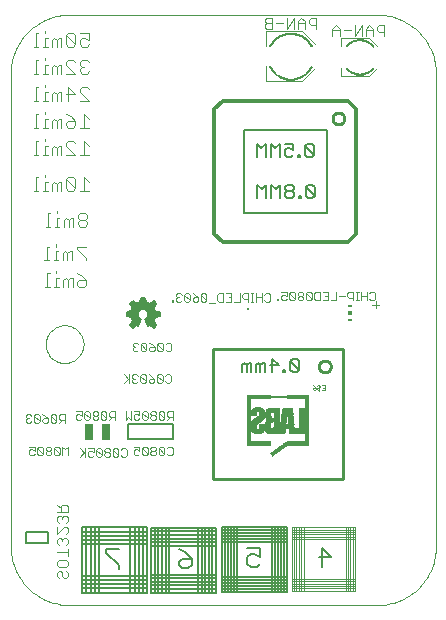
<source format=gbo>
G75*
G70*
%OFA0B0*%
%FSLAX24Y24*%
%IPPOS*%
%LPD*%
%AMOC8*
5,1,8,0,0,1.08239X$1,22.5*
%
%ADD10C,0.0060*%
%ADD11C,0.0004*%
%ADD12C,0.0040*%
%ADD13C,0.0050*%
%ADD14C,0.0070*%
%ADD15C,0.0030*%
%ADD16R,0.0024X0.0008*%
%ADD17R,0.0040X0.0008*%
%ADD18R,0.0048X0.0008*%
%ADD19R,0.0072X0.0008*%
%ADD20R,0.0088X0.0008*%
%ADD21R,0.0104X0.0008*%
%ADD22R,0.0120X0.0008*%
%ADD23R,0.0136X0.0008*%
%ADD24R,0.0152X0.0008*%
%ADD25R,0.0176X0.0008*%
%ADD26R,0.0184X0.0008*%
%ADD27R,0.0200X0.0008*%
%ADD28R,0.0200X0.0008*%
%ADD29R,0.0192X0.0008*%
%ADD30R,0.0904X0.0008*%
%ADD31R,0.0776X0.0008*%
%ADD32R,0.0888X0.0008*%
%ADD33R,0.0880X0.0008*%
%ADD34R,0.0864X0.0008*%
%ADD35R,0.0776X0.0008*%
%ADD36R,0.0856X0.0008*%
%ADD37R,0.0848X0.0008*%
%ADD38R,0.0832X0.0008*%
%ADD39R,0.0824X0.0008*%
%ADD40R,0.0808X0.0008*%
%ADD41R,0.0800X0.0008*%
%ADD42R,0.0792X0.0008*%
%ADD43R,0.0768X0.0008*%
%ADD44R,0.0752X0.0008*%
%ADD45R,0.0744X0.0008*%
%ADD46R,0.0120X0.0008*%
%ADD47R,0.0128X0.0008*%
%ADD48R,0.0192X0.0008*%
%ADD49R,0.0656X0.0008*%
%ADD50R,0.0536X0.0008*%
%ADD51R,0.0240X0.0008*%
%ADD52R,0.0600X0.0008*%
%ADD53R,0.0288X0.0008*%
%ADD54R,0.0624X0.0008*%
%ADD55R,0.0304X0.0008*%
%ADD56R,0.0640X0.0008*%
%ADD57R,0.0336X0.0008*%
%ADD58R,0.0664X0.0008*%
%ADD59R,0.0656X0.0008*%
%ADD60R,0.0360X0.0008*%
%ADD61R,0.0664X0.0008*%
%ADD62R,0.0664X0.0008*%
%ADD63R,0.0384X0.0008*%
%ADD64R,0.0672X0.0008*%
%ADD65R,0.0400X0.0008*%
%ADD66R,0.0680X0.0008*%
%ADD67R,0.0416X0.0008*%
%ADD68R,0.0552X0.0008*%
%ADD69R,0.0672X0.0008*%
%ADD70R,0.0696X0.0008*%
%ADD71R,0.0552X0.0008*%
%ADD72R,0.0696X0.0008*%
%ADD73R,0.0560X0.0008*%
%ADD74R,0.0704X0.0008*%
%ADD75R,0.0568X0.0008*%
%ADD76R,0.0704X0.0008*%
%ADD77R,0.0568X0.0008*%
%ADD78R,0.1288X0.0008*%
%ADD79R,0.0920X0.0008*%
%ADD80R,0.0320X0.0008*%
%ADD81R,0.0912X0.0008*%
%ADD82R,0.0312X0.0008*%
%ADD83R,0.0432X0.0008*%
%ADD84R,0.0448X0.0008*%
%ADD85R,0.1192X0.0008*%
%ADD86R,0.0416X0.0008*%
%ADD87R,0.0304X0.0008*%
%ADD88R,0.1192X0.0008*%
%ADD89R,0.0408X0.0008*%
%ADD90R,0.0328X0.0008*%
%ADD91R,0.0728X0.0008*%
%ADD92R,0.0328X0.0008*%
%ADD93R,0.0720X0.0008*%
%ADD94R,0.0392X0.0008*%
%ADD95R,0.0720X0.0008*%
%ADD96R,0.0392X0.0008*%
%ADD97R,0.0488X0.0008*%
%ADD98R,0.0224X0.0008*%
%ADD99R,0.0488X0.0008*%
%ADD100R,0.0224X0.0008*%
%ADD101R,0.0480X0.0008*%
%ADD102R,0.0472X0.0008*%
%ADD103R,0.0472X0.0008*%
%ADD104R,0.0312X0.0008*%
%ADD105R,0.0216X0.0008*%
%ADD106R,0.0192X0.0008*%
%ADD107R,0.0336X0.0008*%
%ADD108R,0.0216X0.0008*%
%ADD109R,0.0352X0.0008*%
%ADD110R,0.0192X0.0008*%
%ADD111R,0.0184X0.0008*%
%ADD112R,0.0360X0.0008*%
%ADD113R,0.0208X0.0008*%
%ADD114R,0.0368X0.0008*%
%ADD115R,0.0184X0.0008*%
%ADD116R,0.0408X0.0008*%
%ADD117R,0.0416X0.0008*%
%ADD118R,0.0256X0.0008*%
%ADD119R,0.0440X0.0008*%
%ADD120R,0.0328X0.0008*%
%ADD121R,0.0336X0.0008*%
%ADD122R,0.0344X0.0008*%
%ADD123R,0.0472X0.0008*%
%ADD124R,0.0344X0.0008*%
%ADD125R,0.0464X0.0008*%
%ADD126R,0.0176X0.0008*%
%ADD127R,0.0456X0.0008*%
%ADD128R,0.0352X0.0008*%
%ADD129R,0.0440X0.0008*%
%ADD130R,0.0352X0.0008*%
%ADD131R,0.0424X0.0008*%
%ADD132R,0.0344X0.0008*%
%ADD133R,0.0176X0.0008*%
%ADD134R,0.0184X0.0008*%
%ADD135R,0.0216X0.0008*%
%ADD136R,0.0296X0.0008*%
%ADD137R,0.0280X0.0008*%
%ADD138R,0.0264X0.0008*%
%ADD139R,0.0448X0.0008*%
%ADD140R,0.0424X0.0008*%
%ADD141R,0.0400X0.0008*%
%ADD142R,0.0376X0.0008*%
%ADD143R,0.0368X0.0008*%
%ADD144R,0.0408X0.0008*%
%ADD145R,0.0480X0.0008*%
%ADD146R,0.0584X0.0008*%
%ADD147R,0.0576X0.0008*%
%ADD148R,0.0464X0.0008*%
%ADD149R,0.0328X0.0008*%
%ADD150R,0.0432X0.0008*%
%ADD151R,0.0376X0.0008*%
%ADD152R,0.0392X0.0008*%
%ADD153R,0.0376X0.0008*%
%ADD154R,0.0320X0.0008*%
%ADD155R,0.0272X0.0008*%
%ADD156R,0.0224X0.0008*%
%ADD157R,0.0064X0.0008*%
%ADD158R,0.0704X0.0008*%
%ADD159R,0.0704X0.0008*%
%ADD160R,0.2048X0.0008*%
%ADD161R,0.2048X0.0008*%
%ADD162C,0.0020*%
%ADD163R,0.0256X0.0551*%
%ADD164R,0.0118X0.0059*%
%ADD165R,0.0118X0.0118*%
%ADD166R,0.0098X0.0098*%
%ADD167C,0.0100*%
%ADD168C,0.0010*%
%ADD169C,0.0120*%
%ADD170C,0.0001*%
%ADD171C,0.0000*%
D10*
X000825Y002272D02*
X001552Y002272D01*
X001552Y002635D01*
X000825Y002635D01*
X000825Y002272D01*
X003485Y002062D02*
X003485Y001955D01*
X003912Y001528D01*
X003912Y001422D01*
X003912Y002062D02*
X003485Y002062D01*
X004982Y002182D02*
X007142Y002182D01*
X007142Y002302D02*
X004982Y002302D01*
X004982Y002422D02*
X007142Y002422D01*
X007142Y002542D02*
X004982Y002542D01*
X004982Y002662D02*
X007142Y002662D01*
X007142Y002782D02*
X007142Y000622D01*
X007022Y000622D01*
X007022Y002782D01*
X007142Y002782D01*
X007022Y002782D02*
X006902Y002782D01*
X006902Y000622D01*
X007022Y000622D01*
X006902Y000622D02*
X006782Y000622D01*
X006782Y002782D01*
X006902Y002782D01*
X006782Y002782D02*
X006662Y002782D01*
X006662Y000622D01*
X006782Y000622D01*
X006662Y000622D02*
X005462Y000622D01*
X005462Y002782D01*
X005582Y002782D01*
X005582Y000622D01*
X005462Y000622D02*
X005342Y000622D01*
X005342Y002782D01*
X005462Y002782D01*
X005342Y002782D02*
X005222Y002782D01*
X005222Y000622D01*
X005342Y000622D01*
X005222Y000622D02*
X005102Y000622D01*
X005102Y002782D01*
X005222Y002782D01*
X005102Y002782D02*
X004982Y002782D01*
X004982Y000622D01*
X005102Y000622D01*
X004982Y000742D02*
X007142Y000742D01*
X007142Y000862D02*
X004982Y000862D01*
X004982Y000982D02*
X007142Y000982D01*
X007142Y001102D02*
X004982Y001102D01*
X004982Y001222D02*
X007142Y001222D01*
X006542Y000622D02*
X006542Y002782D01*
X006662Y002782D01*
X006542Y002782D02*
X005582Y002782D01*
X005905Y002072D02*
X006119Y001965D01*
X006332Y001752D01*
X006012Y001752D01*
X005905Y001645D01*
X005905Y001538D01*
X006012Y001432D01*
X006226Y001432D01*
X006332Y001538D01*
X006332Y001752D01*
X008195Y001802D02*
X008195Y001588D01*
X008302Y001482D01*
X008516Y001482D01*
X008622Y001588D01*
X008622Y001802D02*
X008409Y001909D01*
X008302Y001909D01*
X008195Y001802D01*
X008195Y002122D02*
X008622Y002122D01*
X008622Y001802D01*
X010565Y001792D02*
X010992Y001792D01*
X010672Y002112D01*
X010672Y001472D01*
X009848Y007977D02*
X009701Y007977D01*
X009628Y008050D01*
X009628Y008344D01*
X009921Y008050D01*
X009848Y007977D01*
X009921Y008050D02*
X009921Y008344D01*
X009848Y008417D01*
X009701Y008417D01*
X009628Y008344D01*
X009461Y008050D02*
X009461Y007977D01*
X009388Y007977D01*
X009388Y008050D01*
X009461Y008050D01*
X009231Y008197D02*
X008937Y008197D01*
X008771Y008271D02*
X008771Y007977D01*
X008624Y007977D02*
X008624Y008197D01*
X008550Y008271D01*
X008477Y008197D01*
X008477Y007977D01*
X008624Y008197D02*
X008697Y008271D01*
X008771Y008271D01*
X009011Y008417D02*
X009231Y008197D01*
X009011Y007977D02*
X009011Y008417D01*
X008310Y008271D02*
X008310Y007977D01*
X008164Y007977D02*
X008164Y008197D01*
X008090Y008271D01*
X008017Y008197D01*
X008017Y007977D01*
X008164Y008197D02*
X008237Y008271D01*
X008310Y008271D01*
X005273Y009834D02*
X005273Y009964D01*
X005123Y009984D01*
X005063Y010114D01*
X005153Y010244D01*
X005063Y010334D01*
X004933Y010244D01*
X004813Y010294D01*
X004783Y010454D01*
X004653Y010454D01*
X004623Y010294D01*
X004503Y010244D01*
X004363Y010334D01*
X004273Y010244D01*
X004363Y010114D01*
X004313Y009994D01*
X004163Y009964D01*
X004163Y009834D01*
X004303Y009804D01*
X004363Y009674D01*
X004273Y009544D01*
X004363Y009454D01*
X004483Y009534D01*
X004543Y009504D01*
X004633Y009734D01*
X004573Y009704D02*
X004473Y009904D01*
X004573Y010054D01*
X004723Y010104D01*
X004873Y010054D01*
X004923Y009904D01*
X004873Y009754D01*
X004823Y009704D01*
X004923Y009554D01*
X005073Y009504D01*
X005123Y009554D01*
X005023Y009704D01*
X005123Y009854D01*
X005223Y009854D01*
X005223Y009954D01*
X005073Y009954D01*
X005023Y010104D01*
X005123Y010254D01*
X005073Y010304D01*
X004923Y010204D01*
X004773Y010304D01*
X004773Y010404D01*
X004673Y010404D01*
X004623Y010254D01*
X004473Y010204D01*
X004373Y010304D01*
X004323Y010254D01*
X004373Y010104D01*
X004323Y009954D01*
X004173Y009954D01*
X004223Y009854D01*
X004373Y009804D01*
X004373Y009654D01*
X004323Y009554D01*
X004373Y009504D01*
X004473Y009554D01*
X004523Y009554D01*
X004573Y009704D01*
X004567Y009686D02*
X004373Y009686D01*
X004373Y009744D02*
X004553Y009744D01*
X004524Y009803D02*
X004373Y009803D01*
X004494Y009861D02*
X004219Y009861D01*
X004190Y009920D02*
X004483Y009920D01*
X004522Y009978D02*
X004331Y009978D01*
X004351Y010037D02*
X004561Y010037D01*
X004697Y010095D02*
X004370Y010095D01*
X004356Y010154D02*
X005056Y010154D01*
X005026Y010095D02*
X004749Y010095D01*
X004879Y010037D02*
X005045Y010037D01*
X005065Y009978D02*
X004898Y009978D01*
X004918Y009920D02*
X005223Y009920D01*
X005223Y009861D02*
X004909Y009861D01*
X004889Y009803D02*
X005089Y009803D01*
X005123Y009804D02*
X005073Y009674D01*
X005153Y009544D01*
X005063Y009454D01*
X004943Y009534D01*
X004893Y009504D01*
X004793Y009734D01*
X004835Y009686D02*
X005035Y009686D01*
X005050Y009744D02*
X004863Y009744D01*
X004874Y009627D02*
X005074Y009627D01*
X005113Y009569D02*
X004913Y009569D01*
X005055Y009510D02*
X005079Y009510D01*
X005123Y009804D02*
X005273Y009834D01*
X005095Y010212D02*
X004936Y010212D01*
X004910Y010212D02*
X004498Y010212D01*
X004465Y010212D02*
X004337Y010212D01*
X004340Y010271D02*
X004406Y010271D01*
X004629Y010271D02*
X004823Y010271D01*
X004773Y010330D02*
X004648Y010330D01*
X004668Y010388D02*
X004773Y010388D01*
X005023Y010271D02*
X005106Y010271D01*
X004793Y009734D02*
X004815Y009747D01*
X004835Y009763D01*
X004853Y009782D01*
X004868Y009804D01*
X004879Y009827D01*
X004887Y009852D01*
X004891Y009877D01*
X004892Y009903D01*
X004889Y009929D01*
X004882Y009954D01*
X004871Y009977D01*
X004858Y009999D01*
X004841Y010019D01*
X004822Y010036D01*
X004800Y010051D01*
X004776Y010061D01*
X004752Y010069D01*
X004726Y010073D01*
X004700Y010073D01*
X004674Y010069D01*
X004650Y010061D01*
X004626Y010051D01*
X004604Y010036D01*
X004585Y010019D01*
X004568Y009999D01*
X004555Y009977D01*
X004544Y009954D01*
X004537Y009929D01*
X004534Y009903D01*
X004535Y009877D01*
X004539Y009852D01*
X004547Y009827D01*
X004558Y009804D01*
X004573Y009782D01*
X004591Y009763D01*
X004611Y009747D01*
X004633Y009734D01*
X004547Y009627D02*
X004359Y009627D01*
X004330Y009569D02*
X004528Y009569D01*
X004385Y009510D02*
X004367Y009510D01*
X008524Y013778D02*
X008524Y014218D01*
X008671Y014071D01*
X008818Y014218D01*
X008818Y013778D01*
X008985Y013778D02*
X008985Y014218D01*
X009132Y014071D01*
X009278Y014218D01*
X009278Y013778D01*
X009445Y013851D02*
X009445Y013925D01*
X009519Y013998D01*
X009665Y013998D01*
X009739Y014071D01*
X009739Y014145D01*
X009665Y014218D01*
X009519Y014218D01*
X009445Y014145D01*
X009445Y014071D01*
X009519Y013998D01*
X009665Y013998D02*
X009739Y013925D01*
X009739Y013851D01*
X009665Y013778D01*
X009519Y013778D01*
X009445Y013851D01*
X009896Y013851D02*
X009896Y013778D01*
X009969Y013778D01*
X009969Y013851D01*
X009896Y013851D01*
X010136Y013851D02*
X010136Y014145D01*
X010429Y013851D01*
X010356Y013778D01*
X010209Y013778D01*
X010136Y013851D01*
X010429Y013851D02*
X010429Y014145D01*
X010356Y014218D01*
X010209Y014218D01*
X010136Y014145D01*
X010193Y015144D02*
X010340Y015144D01*
X010414Y015217D01*
X010120Y015511D01*
X010120Y015217D01*
X010193Y015144D01*
X009953Y015144D02*
X009880Y015144D01*
X009880Y015217D01*
X009953Y015217D01*
X009953Y015144D01*
X009723Y015217D02*
X009650Y015144D01*
X009503Y015144D01*
X009429Y015217D01*
X009429Y015364D01*
X009503Y015438D01*
X009576Y015438D01*
X009723Y015364D01*
X009723Y015584D01*
X009429Y015584D01*
X009263Y015584D02*
X009116Y015438D01*
X008969Y015584D01*
X008969Y015144D01*
X008802Y015144D02*
X008802Y015584D01*
X008656Y015438D01*
X008509Y015584D01*
X008509Y015144D01*
X009263Y015144D02*
X009263Y015584D01*
X010120Y015511D02*
X010193Y015584D01*
X010340Y015584D01*
X010414Y015511D01*
X010414Y015217D01*
D11*
X000302Y005713D02*
X000302Y002170D01*
X000304Y002076D01*
X000311Y001983D01*
X000322Y001890D01*
X000338Y001797D01*
X000358Y001706D01*
X000382Y001615D01*
X000410Y001526D01*
X000443Y001438D01*
X000480Y001352D01*
X000521Y001268D01*
X000566Y001186D01*
X000615Y001105D01*
X000667Y001028D01*
X000723Y000953D01*
X000783Y000881D01*
X000846Y000811D01*
X000912Y000745D01*
X000982Y000682D01*
X001054Y000622D01*
X001129Y000566D01*
X001206Y000514D01*
X001286Y000465D01*
X001369Y000420D01*
X001453Y000379D01*
X001539Y000342D01*
X001627Y000309D01*
X001716Y000281D01*
X001807Y000257D01*
X001898Y000237D01*
X001991Y000221D01*
X002084Y000210D01*
X002177Y000203D01*
X002271Y000201D01*
X002271Y000202D02*
X007389Y000202D01*
X012507Y000202D01*
X012507Y000201D02*
X012601Y000203D01*
X012694Y000210D01*
X012787Y000221D01*
X012880Y000237D01*
X012971Y000257D01*
X013062Y000281D01*
X013151Y000309D01*
X013239Y000342D01*
X013325Y000379D01*
X013409Y000420D01*
X013492Y000465D01*
X013572Y000514D01*
X013649Y000566D01*
X013724Y000622D01*
X013796Y000682D01*
X013866Y000745D01*
X013932Y000811D01*
X013995Y000881D01*
X014055Y000953D01*
X014111Y001028D01*
X014163Y001105D01*
X014212Y001186D01*
X014257Y001268D01*
X014298Y001352D01*
X014335Y001438D01*
X014368Y001526D01*
X014396Y001615D01*
X014420Y001706D01*
X014440Y001797D01*
X014456Y001890D01*
X014467Y001983D01*
X014474Y002076D01*
X014476Y002170D01*
X014476Y005713D01*
X014476Y017918D01*
X014474Y018012D01*
X014467Y018105D01*
X014456Y018198D01*
X014440Y018291D01*
X014420Y018382D01*
X014396Y018473D01*
X014368Y018562D01*
X014335Y018650D01*
X014298Y018736D01*
X014257Y018820D01*
X014212Y018902D01*
X014163Y018983D01*
X014111Y019060D01*
X014055Y019135D01*
X013995Y019207D01*
X013932Y019277D01*
X013866Y019343D01*
X013796Y019406D01*
X013724Y019466D01*
X013649Y019522D01*
X013572Y019574D01*
X013491Y019623D01*
X013409Y019668D01*
X013325Y019709D01*
X013239Y019746D01*
X013151Y019779D01*
X013062Y019807D01*
X012971Y019831D01*
X012880Y019851D01*
X012787Y019867D01*
X012694Y019878D01*
X012601Y019885D01*
X012507Y019887D01*
X007389Y019887D01*
X002271Y019887D01*
X002177Y019885D01*
X002084Y019878D01*
X001991Y019867D01*
X001898Y019851D01*
X001807Y019831D01*
X001716Y019807D01*
X001627Y019779D01*
X001539Y019746D01*
X001453Y019709D01*
X001369Y019668D01*
X001286Y019623D01*
X001206Y019574D01*
X001129Y019522D01*
X001054Y019466D01*
X000982Y019406D01*
X000912Y019343D01*
X000846Y019277D01*
X000783Y019207D01*
X000723Y019135D01*
X000667Y019060D01*
X000615Y018983D01*
X000566Y018903D01*
X000521Y018820D01*
X000480Y018736D01*
X000443Y018650D01*
X000410Y018562D01*
X000382Y018473D01*
X000358Y018382D01*
X000338Y018291D01*
X000322Y018198D01*
X000311Y018105D01*
X000304Y018012D01*
X000302Y017918D01*
X000302Y005713D01*
D12*
X001443Y010804D02*
X001597Y010804D01*
X001520Y010804D02*
X001520Y011264D01*
X001597Y011264D01*
X001827Y011264D02*
X001827Y011341D01*
X001827Y011111D02*
X001827Y010804D01*
X001904Y010804D02*
X001750Y010804D01*
X002057Y010804D02*
X002057Y011034D01*
X002134Y011111D01*
X002211Y011034D01*
X002211Y010804D01*
X002364Y010804D02*
X002364Y011111D01*
X002287Y011111D01*
X002211Y011034D01*
X002518Y010958D02*
X002594Y011034D01*
X002824Y011034D01*
X002824Y010881D01*
X002748Y010804D01*
X002594Y010804D01*
X002518Y010881D01*
X002518Y010958D01*
X002671Y011188D02*
X002824Y011034D01*
X002671Y011188D02*
X002518Y011264D01*
X002344Y011694D02*
X002344Y012001D01*
X002267Y012001D01*
X002191Y011924D01*
X002114Y012001D01*
X002037Y011924D01*
X002037Y011694D01*
X001884Y011694D02*
X001730Y011694D01*
X001807Y011694D02*
X001807Y012001D01*
X001884Y012001D01*
X001807Y012154D02*
X001807Y012231D01*
X001577Y012154D02*
X001500Y012154D01*
X001500Y011694D01*
X001577Y011694D02*
X001423Y011694D01*
X001827Y011111D02*
X001904Y011111D01*
X002191Y011694D02*
X002191Y011924D01*
X002498Y012078D02*
X002804Y011771D01*
X002804Y011694D01*
X002804Y012154D02*
X002498Y012154D01*
X002498Y012078D01*
X002384Y012814D02*
X002384Y013121D01*
X002307Y013121D01*
X002231Y013044D01*
X002154Y013121D01*
X002077Y013044D01*
X002077Y012814D01*
X001924Y012814D02*
X001770Y012814D01*
X001847Y012814D02*
X001847Y013121D01*
X001924Y013121D01*
X001847Y013274D02*
X001847Y013351D01*
X001617Y013274D02*
X001540Y013274D01*
X001540Y012814D01*
X001617Y012814D02*
X001463Y012814D01*
X002231Y012814D02*
X002231Y013044D01*
X002538Y012968D02*
X002538Y012891D01*
X002614Y012814D01*
X002768Y012814D01*
X002844Y012891D01*
X002844Y012968D01*
X002768Y013044D01*
X002614Y013044D01*
X002538Y012968D01*
X002614Y013044D02*
X002538Y013121D01*
X002538Y013198D01*
X002614Y013274D01*
X002768Y013274D01*
X002844Y013198D01*
X002844Y013121D01*
X002768Y013044D01*
X002758Y014014D02*
X002758Y014474D01*
X002911Y014321D01*
X002911Y014014D02*
X002604Y014014D01*
X002451Y014091D02*
X002144Y014398D01*
X002144Y014091D01*
X002221Y014014D01*
X002374Y014014D01*
X002451Y014091D01*
X002451Y014398D01*
X002374Y014474D01*
X002221Y014474D01*
X002144Y014398D01*
X001990Y014321D02*
X001914Y014321D01*
X001837Y014244D01*
X001760Y014321D01*
X001684Y014244D01*
X001684Y014014D01*
X001837Y014014D02*
X001837Y014244D01*
X001990Y014321D02*
X001990Y014014D01*
X001530Y014014D02*
X001377Y014014D01*
X001453Y014014D02*
X001453Y014321D01*
X001530Y014321D01*
X001453Y014474D02*
X001453Y014551D01*
X001223Y014474D02*
X001146Y014474D01*
X001146Y014014D01*
X001070Y014014D02*
X001223Y014014D01*
X001223Y015214D02*
X001070Y015214D01*
X001146Y015214D02*
X001146Y015674D01*
X001223Y015674D01*
X001453Y015674D02*
X001453Y015751D01*
X001453Y015521D02*
X001453Y015214D01*
X001377Y015214D02*
X001530Y015214D01*
X001684Y015214D02*
X001684Y015444D01*
X001760Y015521D01*
X001837Y015444D01*
X001837Y015214D01*
X001990Y015214D02*
X001990Y015521D01*
X001914Y015521D01*
X001837Y015444D01*
X002144Y015521D02*
X002144Y015598D01*
X002221Y015674D01*
X002374Y015674D01*
X002451Y015598D01*
X002758Y015674D02*
X002758Y015214D01*
X002911Y015214D02*
X002604Y015214D01*
X002451Y015214D02*
X002144Y015521D01*
X002144Y015214D02*
X002451Y015214D01*
X002911Y015521D02*
X002758Y015674D01*
X002758Y016114D02*
X002758Y016574D01*
X002911Y016421D01*
X002911Y016114D02*
X002604Y016114D01*
X002451Y016191D02*
X002451Y016344D01*
X002221Y016344D01*
X002144Y016268D01*
X002144Y016191D01*
X002221Y016114D01*
X002374Y016114D01*
X002451Y016191D01*
X002451Y016344D02*
X002297Y016498D01*
X002144Y016574D01*
X001990Y016421D02*
X001914Y016421D01*
X001837Y016344D01*
X001760Y016421D01*
X001684Y016344D01*
X001684Y016114D01*
X001837Y016114D02*
X001837Y016344D01*
X001990Y016421D02*
X001990Y016114D01*
X001530Y016114D02*
X001377Y016114D01*
X001453Y016114D02*
X001453Y016421D01*
X001530Y016421D01*
X001453Y016574D02*
X001453Y016651D01*
X001223Y016574D02*
X001146Y016574D01*
X001146Y016114D01*
X001070Y016114D02*
X001223Y016114D01*
X001453Y015521D02*
X001530Y015521D01*
X001530Y017014D02*
X001377Y017014D01*
X001453Y017014D02*
X001453Y017321D01*
X001530Y017321D01*
X001453Y017474D02*
X001453Y017551D01*
X001223Y017474D02*
X001146Y017474D01*
X001146Y017014D01*
X001070Y017014D02*
X001223Y017014D01*
X001684Y017014D02*
X001684Y017244D01*
X001760Y017321D01*
X001837Y017244D01*
X001837Y017014D01*
X001990Y017014D02*
X001990Y017321D01*
X001914Y017321D01*
X001837Y017244D01*
X002144Y017244D02*
X002451Y017244D01*
X002221Y017474D01*
X002221Y017014D01*
X002604Y017014D02*
X002911Y017014D01*
X002604Y017321D01*
X002604Y017398D01*
X002681Y017474D01*
X002834Y017474D01*
X002911Y017398D01*
X002834Y017914D02*
X002681Y017914D01*
X002604Y017991D01*
X002604Y018068D01*
X002681Y018144D01*
X002758Y018144D01*
X002681Y018144D02*
X002604Y018221D01*
X002604Y018298D01*
X002681Y018374D01*
X002834Y018374D01*
X002911Y018298D01*
X002911Y017991D02*
X002834Y017914D01*
X002451Y017914D02*
X002144Y018221D01*
X002144Y018298D01*
X002221Y018374D01*
X002374Y018374D01*
X002451Y018298D01*
X002451Y017914D02*
X002144Y017914D01*
X001990Y017914D02*
X001990Y018221D01*
X001914Y018221D01*
X001837Y018144D01*
X001760Y018221D01*
X001684Y018144D01*
X001684Y017914D01*
X001837Y017914D02*
X001837Y018144D01*
X001530Y018221D02*
X001453Y018221D01*
X001453Y017914D01*
X001377Y017914D02*
X001530Y017914D01*
X001223Y017914D02*
X001070Y017914D01*
X001146Y017914D02*
X001146Y018374D01*
X001223Y018374D01*
X001453Y018374D02*
X001453Y018451D01*
X001453Y018814D02*
X001453Y019121D01*
X001530Y019121D01*
X001453Y019274D02*
X001453Y019351D01*
X001223Y019274D02*
X001146Y019274D01*
X001146Y018814D01*
X001070Y018814D02*
X001223Y018814D01*
X001377Y018814D02*
X001530Y018814D01*
X001684Y018814D02*
X001684Y019044D01*
X001760Y019121D01*
X001837Y019044D01*
X001837Y018814D01*
X001990Y018814D02*
X001990Y019121D01*
X001914Y019121D01*
X001837Y019044D01*
X002144Y018891D02*
X002221Y018814D01*
X002374Y018814D01*
X002451Y018891D01*
X002144Y019198D01*
X002144Y018891D01*
X002144Y019198D02*
X002221Y019274D01*
X002374Y019274D01*
X002451Y019198D01*
X002451Y018891D01*
X002604Y018891D02*
X002604Y019044D01*
X002681Y019121D01*
X002758Y019121D01*
X002911Y019044D01*
X002911Y019274D01*
X002604Y019274D01*
X002604Y018891D02*
X002681Y018814D01*
X002834Y018814D01*
X002911Y018891D01*
X008798Y018832D02*
X008798Y019324D01*
X010018Y019324D01*
X010451Y018891D01*
X010451Y018104D02*
X010018Y017671D01*
X008798Y017671D01*
X008798Y018163D01*
X011296Y018100D02*
X011296Y017844D01*
X012240Y017844D01*
X012516Y018120D01*
X012516Y018828D02*
X012240Y019104D01*
X011296Y019104D01*
X011296Y018848D01*
X011462Y002802D02*
X009982Y002802D01*
X009982Y000682D01*
X009902Y000682D01*
X009902Y002802D01*
X009982Y002802D01*
X009902Y002802D02*
X009822Y002802D01*
X009822Y000682D01*
X009742Y000682D01*
X009742Y002802D01*
X009822Y002802D01*
X009742Y002802D02*
X009662Y002802D01*
X009662Y002722D01*
X011782Y002722D01*
X011782Y002642D01*
X009662Y002642D01*
X009662Y002722D01*
X009662Y002642D02*
X009662Y002562D01*
X011782Y002562D01*
X011782Y002482D01*
X009662Y002482D01*
X009662Y002562D01*
X009662Y002482D02*
X009662Y002402D01*
X011782Y002402D01*
X011782Y001082D01*
X009662Y001082D01*
X011782Y001082D01*
X011782Y001002D01*
X009662Y001002D01*
X009662Y001082D01*
X009662Y002402D01*
X010062Y002802D02*
X010062Y000682D01*
X009982Y000682D01*
X009902Y000682D02*
X009822Y000682D01*
X009742Y000682D02*
X009662Y000682D01*
X009662Y000762D01*
X011782Y000762D01*
X011782Y000682D01*
X011702Y000682D01*
X011702Y002802D01*
X011782Y002802D01*
X011782Y002722D01*
X011782Y002642D02*
X011782Y002562D01*
X011782Y002482D02*
X011782Y002402D01*
X011702Y002802D02*
X011622Y002802D01*
X011622Y000682D01*
X011542Y000682D01*
X011542Y002802D01*
X011622Y002802D01*
X011542Y002802D02*
X011462Y002802D01*
X011462Y000682D01*
X010062Y000682D01*
X009662Y000762D02*
X009662Y000842D01*
X011782Y000842D01*
X011782Y000762D01*
X011782Y000842D02*
X011782Y000922D01*
X009662Y000922D01*
X009662Y001002D01*
X009662Y000922D02*
X009662Y000842D01*
X011462Y000682D02*
X011542Y000682D01*
X011622Y000682D02*
X011702Y000682D01*
X011782Y000922D02*
X011782Y001002D01*
D13*
X009502Y001052D02*
X007352Y001052D01*
X007352Y001152D02*
X009502Y001152D01*
X009502Y000952D02*
X007352Y000952D01*
X007352Y000852D02*
X009502Y000852D01*
X007352Y000852D01*
X007352Y000752D02*
X009502Y000752D01*
X009502Y000652D02*
X009502Y002802D01*
X009402Y002802D01*
X009402Y000652D01*
X009302Y000652D01*
X009302Y002802D01*
X009202Y002802D01*
X009202Y000652D01*
X009102Y000652D01*
X009102Y002802D01*
X009002Y002802D01*
X009002Y000652D01*
X009102Y000652D02*
X007752Y000652D01*
X007752Y002802D01*
X007652Y002802D01*
X007652Y000652D01*
X007552Y000652D01*
X007552Y002802D01*
X007452Y002802D01*
X007452Y000652D01*
X007352Y000652D01*
X007352Y002802D01*
X007452Y002802D01*
X007552Y002802D02*
X007652Y002802D01*
X007752Y002802D02*
X007852Y002802D01*
X007852Y000652D01*
X007752Y000652D02*
X007652Y000652D01*
X007552Y000652D02*
X007452Y000652D01*
X007352Y002302D02*
X009502Y002302D01*
X009502Y002402D02*
X007352Y002402D01*
X009502Y002402D01*
X009502Y002502D02*
X007352Y002502D01*
X007352Y002602D02*
X009502Y002602D01*
X009502Y002702D02*
X007352Y002702D01*
X007852Y002802D02*
X009002Y002802D01*
X009102Y002802D02*
X009202Y002802D01*
X009302Y002802D02*
X009402Y002802D01*
X009402Y000652D02*
X009502Y000652D01*
X009302Y000652D02*
X009202Y000652D01*
X005711Y005729D02*
X005711Y006229D01*
X004211Y006229D01*
X004211Y005729D01*
X005711Y005729D01*
X008077Y013275D02*
X010833Y013275D01*
X010833Y016031D01*
X008077Y016031D01*
X008077Y013275D01*
D14*
X004852Y002792D02*
X004712Y002792D01*
X004712Y000622D01*
X004852Y000622D01*
X004852Y002792D01*
X004712Y002792D02*
X004572Y002792D01*
X004572Y000622D01*
X004712Y000622D01*
X004572Y000622D02*
X004432Y000622D01*
X004432Y002792D01*
X004572Y002792D01*
X004432Y002792D02*
X003102Y002792D01*
X003102Y000622D01*
X003242Y000622D01*
X003242Y002792D01*
X003102Y002792D02*
X002962Y002792D01*
X002962Y000622D01*
X003102Y000622D01*
X002962Y000622D02*
X002822Y000622D01*
X002822Y002792D01*
X002962Y002792D01*
X002822Y002792D02*
X002682Y002792D01*
X002682Y000622D01*
X002822Y000622D01*
X002682Y000762D02*
X004852Y000762D01*
X002682Y000762D01*
X002682Y000902D02*
X004852Y000902D01*
X004852Y001042D02*
X002682Y001042D01*
X002682Y001182D02*
X004852Y001182D01*
X004432Y000622D02*
X004292Y000622D01*
X004292Y002792D01*
X004852Y002652D02*
X002682Y002652D01*
X002682Y002512D02*
X004852Y002512D01*
X004852Y002372D02*
X002682Y002372D01*
X004852Y002372D01*
X004852Y002232D02*
X002682Y002232D01*
X004852Y002232D01*
X004292Y000622D02*
X003242Y000622D01*
D15*
X002214Y001160D02*
X002152Y001098D01*
X002090Y001098D01*
X002028Y001160D01*
X002028Y001284D01*
X001967Y001345D01*
X001905Y001345D01*
X001843Y001284D01*
X001843Y001160D01*
X001905Y001098D01*
X002152Y001345D02*
X002214Y001284D01*
X002214Y001160D01*
X002152Y001467D02*
X001905Y001467D01*
X001843Y001528D01*
X001843Y001652D01*
X001905Y001714D01*
X002152Y001714D01*
X002214Y001652D01*
X002214Y001528D01*
X002152Y001467D01*
X002214Y001835D02*
X002214Y002082D01*
X002214Y001958D02*
X001843Y001958D01*
X001905Y002203D02*
X001843Y002265D01*
X001843Y002389D01*
X001905Y002450D01*
X001967Y002450D01*
X002028Y002389D01*
X002028Y002327D01*
X002028Y002389D02*
X002090Y002450D01*
X002152Y002450D01*
X002214Y002389D01*
X002214Y002265D01*
X002152Y002203D01*
X002152Y002572D02*
X002214Y002633D01*
X002214Y002757D01*
X002152Y002819D01*
X002090Y002819D01*
X001843Y002572D01*
X001843Y002819D01*
X001905Y002940D02*
X001843Y003002D01*
X001843Y003125D01*
X001905Y003187D01*
X001967Y003187D01*
X002028Y003125D01*
X002028Y003063D01*
X002028Y003125D02*
X002090Y003187D01*
X002152Y003187D01*
X002214Y003125D01*
X002214Y003002D01*
X002152Y002940D01*
X002214Y003308D02*
X001843Y003308D01*
X001967Y003308D02*
X001967Y003493D01*
X002028Y003555D01*
X002152Y003555D01*
X002214Y003493D01*
X002214Y003308D01*
X001967Y003432D02*
X001843Y003555D01*
X012338Y010217D02*
X012585Y010217D01*
X012462Y010094D02*
X012462Y010341D01*
X012380Y019172D02*
X012380Y019418D01*
X012256Y019542D01*
X012133Y019418D01*
X012133Y019172D01*
X012011Y019172D02*
X012011Y019542D01*
X011765Y019172D01*
X011765Y019542D01*
X011643Y019357D02*
X011396Y019357D01*
X011275Y019357D02*
X011028Y019357D01*
X011028Y019418D02*
X011028Y019172D01*
X011028Y019418D02*
X011151Y019542D01*
X011275Y019418D01*
X011275Y019172D01*
X010486Y019412D02*
X010486Y019782D01*
X010301Y019782D01*
X010240Y019720D01*
X010240Y019597D01*
X010301Y019535D01*
X010486Y019535D01*
X010118Y019597D02*
X009871Y019597D01*
X009871Y019659D02*
X009871Y019412D01*
X009750Y019412D02*
X009750Y019782D01*
X009503Y019412D01*
X009503Y019782D01*
X009381Y019597D02*
X009135Y019597D01*
X009013Y019597D02*
X008828Y019597D01*
X008766Y019535D01*
X008766Y019473D01*
X008828Y019412D01*
X009013Y019412D01*
X009013Y019782D01*
X008828Y019782D01*
X008766Y019720D01*
X008766Y019659D01*
X008828Y019597D01*
X009871Y019659D02*
X009995Y019782D01*
X010118Y019659D01*
X010118Y019412D01*
X012133Y019357D02*
X012380Y019357D01*
X012501Y019357D02*
X012563Y019295D01*
X012748Y019295D01*
X012748Y019172D02*
X012748Y019542D01*
X012563Y019542D01*
X012501Y019480D01*
X012501Y019357D01*
D16*
X009032Y005153D03*
D17*
X009032Y005161D03*
D18*
X009036Y005169D03*
D19*
X009040Y005177D03*
D20*
X009040Y005185D03*
D21*
X009040Y005193D03*
D22*
X009048Y005201D03*
X008256Y005641D03*
X008256Y005649D03*
X008256Y005657D03*
X008256Y005673D03*
X008256Y005681D03*
X008256Y005689D03*
X008256Y005697D03*
X008256Y005713D03*
X008256Y005721D03*
X008256Y005729D03*
X008256Y005737D03*
X008256Y005753D03*
X008256Y005761D03*
X008256Y005769D03*
X008256Y005777D03*
X008256Y005793D03*
X008256Y005801D03*
X008256Y005809D03*
X008256Y005817D03*
X008256Y005833D03*
X008256Y005841D03*
X008256Y005849D03*
X008256Y005857D03*
X008256Y005873D03*
X008256Y005881D03*
X008256Y005889D03*
X008256Y005897D03*
X008256Y005913D03*
X008256Y005921D03*
X008256Y005929D03*
X008256Y005937D03*
X008256Y005953D03*
X008256Y005961D03*
X008256Y005969D03*
X008256Y006297D03*
X008256Y006313D03*
X008256Y006321D03*
X008256Y006329D03*
X008256Y006337D03*
X008256Y006353D03*
X008256Y006361D03*
X008256Y006369D03*
X008256Y006377D03*
X008256Y006393D03*
X008256Y006401D03*
X008256Y006409D03*
X008256Y006417D03*
X008256Y006433D03*
X008256Y006441D03*
X008256Y006449D03*
X008256Y006457D03*
X008256Y006473D03*
X008256Y006481D03*
X008256Y006489D03*
X008256Y006497D03*
X008256Y006657D03*
X008256Y006673D03*
X008256Y006681D03*
X008256Y006689D03*
X008256Y006697D03*
X008256Y006713D03*
X008256Y006721D03*
X008256Y006729D03*
X008256Y006737D03*
X008256Y006753D03*
X008256Y006761D03*
X008256Y006769D03*
X008256Y006777D03*
X008256Y006793D03*
X008256Y006801D03*
X008256Y006809D03*
X008256Y006817D03*
X008256Y006833D03*
X008256Y006841D03*
X008256Y006849D03*
X008256Y006857D03*
X008256Y006873D03*
X008256Y006881D03*
X008256Y006889D03*
X008256Y006897D03*
X008256Y006913D03*
X008256Y006921D03*
X008256Y006929D03*
X008256Y006937D03*
X008256Y006953D03*
X008256Y006961D03*
X008256Y006969D03*
X008256Y006977D03*
X008256Y006993D03*
X008256Y007001D03*
X008256Y007009D03*
X008256Y007017D03*
X008256Y007033D03*
X008256Y007041D03*
X008256Y007049D03*
X008256Y007057D03*
X010184Y007057D03*
X010184Y007049D03*
X010184Y007041D03*
X010184Y007033D03*
X010184Y007017D03*
X010184Y007009D03*
X010184Y007001D03*
X010184Y006993D03*
X010184Y006977D03*
X010184Y006969D03*
X010184Y006961D03*
X010184Y006953D03*
X010184Y006937D03*
X010184Y006929D03*
X010184Y006921D03*
X010184Y006913D03*
X010184Y006897D03*
X010184Y006889D03*
X010184Y006881D03*
X010184Y006873D03*
X010184Y006857D03*
X010184Y006849D03*
X010184Y006841D03*
X010184Y006833D03*
X010184Y006817D03*
X010184Y006809D03*
X010184Y006801D03*
X010184Y006793D03*
X010184Y006777D03*
X010184Y006769D03*
X010184Y006761D03*
X010184Y006753D03*
X010184Y005897D03*
X010184Y005889D03*
X010184Y005881D03*
X010184Y005873D03*
X010184Y005857D03*
X010184Y005849D03*
X010184Y005841D03*
X010184Y005833D03*
X010184Y005817D03*
X010184Y005809D03*
X010184Y005801D03*
X010184Y005793D03*
X010184Y005777D03*
X010184Y005769D03*
X010184Y005761D03*
X010184Y005753D03*
X010184Y005737D03*
X010184Y005729D03*
X010184Y005721D03*
X010184Y005713D03*
X010184Y005697D03*
X010184Y005689D03*
X010184Y005681D03*
X010184Y005673D03*
X010184Y005657D03*
X010184Y005649D03*
X010184Y005641D03*
D23*
X009048Y005209D03*
D24*
X009048Y005217D03*
D25*
X009052Y005225D03*
X009420Y006465D03*
X009428Y006505D03*
D26*
X009424Y006489D03*
X009424Y006481D03*
X009424Y006473D03*
X009416Y006441D03*
X009416Y006433D03*
X009416Y006417D03*
X009624Y006521D03*
X009624Y006529D03*
X009624Y006537D03*
X009056Y005233D03*
D27*
X009064Y005241D03*
X009072Y005249D03*
X009080Y005257D03*
X009104Y005273D03*
X009112Y005281D03*
X009128Y005289D03*
X009136Y005297D03*
X009160Y005313D03*
X009168Y005321D03*
X009184Y005329D03*
X009192Y005337D03*
X009216Y005353D03*
X009224Y005361D03*
X009232Y005369D03*
X009248Y005377D03*
X009264Y005393D03*
X009280Y005401D03*
X009288Y005409D03*
X009304Y005417D03*
X009320Y005433D03*
X009336Y005441D03*
X009344Y005449D03*
X009352Y005457D03*
X009376Y005473D03*
X009384Y005481D03*
X009400Y005489D03*
X009408Y005497D03*
X009432Y005513D03*
X009664Y006217D03*
X009656Y006273D03*
X008888Y006441D03*
X008888Y006449D03*
X008888Y006457D03*
X008680Y006609D03*
D28*
X009368Y005465D03*
X009312Y005425D03*
X009256Y005385D03*
X009200Y005345D03*
X009144Y005305D03*
X009096Y005265D03*
D29*
X009420Y005505D03*
X009660Y006225D03*
X009660Y006265D03*
D30*
X009792Y005521D03*
D31*
X009856Y005609D03*
X008584Y005617D03*
X008584Y005609D03*
X008584Y005601D03*
X008584Y005593D03*
X008584Y005577D03*
X008584Y005569D03*
X008584Y005561D03*
X008584Y005553D03*
X008584Y005537D03*
X008584Y005529D03*
X008584Y005521D03*
X008584Y005633D03*
X008584Y007073D03*
X008584Y007081D03*
X008584Y007089D03*
X008584Y007097D03*
X008584Y007153D03*
X008584Y007161D03*
X008584Y007169D03*
X008584Y007177D03*
D32*
X009800Y005529D03*
D33*
X009804Y005537D03*
D34*
X009812Y005545D03*
D35*
X008584Y005545D03*
X008584Y005585D03*
X008584Y005625D03*
X008584Y007105D03*
X008584Y007185D03*
D36*
X009816Y005553D03*
D37*
X009820Y005561D03*
D38*
X009828Y005569D03*
D39*
X009832Y005577D03*
D40*
X009840Y005585D03*
D41*
X009844Y005593D03*
D42*
X009848Y005601D03*
D43*
X009860Y005617D03*
D44*
X009868Y005625D03*
D45*
X009872Y005633D03*
D46*
X010184Y005665D03*
X010184Y005705D03*
X010184Y005745D03*
X010184Y005785D03*
X010184Y005825D03*
X010184Y005865D03*
X010184Y005905D03*
X010184Y006785D03*
X010184Y006825D03*
X010184Y006865D03*
X010184Y006905D03*
X010184Y006945D03*
X010184Y006985D03*
X010184Y007025D03*
X010184Y007065D03*
X008256Y007065D03*
X008256Y007025D03*
X008256Y006985D03*
X008256Y006945D03*
X008256Y006905D03*
X008256Y006865D03*
X008256Y006825D03*
X008256Y006785D03*
X008256Y006745D03*
X008256Y006705D03*
X008256Y006665D03*
X008256Y006505D03*
X008256Y006465D03*
X008256Y006425D03*
X008256Y006385D03*
X008256Y006345D03*
X008256Y006305D03*
X008256Y005945D03*
X008256Y005905D03*
X008256Y005865D03*
X008256Y005825D03*
X008256Y005785D03*
X008256Y005745D03*
X008256Y005705D03*
X008256Y005665D03*
D47*
X008532Y005897D03*
D48*
X008532Y005905D03*
X009388Y006225D03*
X009652Y006305D03*
X009644Y006345D03*
X009644Y006385D03*
X009636Y006425D03*
X009628Y006505D03*
D49*
X009916Y005937D03*
X009916Y005929D03*
X009916Y005921D03*
X009916Y005913D03*
D50*
X009192Y005913D03*
D51*
X008532Y005913D03*
D52*
X009160Y005921D03*
D53*
X008532Y005921D03*
D54*
X009148Y005929D03*
D55*
X008532Y005929D03*
X008348Y006057D03*
X008348Y006073D03*
X008348Y006081D03*
X008348Y006089D03*
X008348Y006097D03*
X008348Y006113D03*
X008348Y006121D03*
X008348Y006129D03*
X008348Y006137D03*
X008348Y006153D03*
X008348Y006161D03*
X008348Y006169D03*
X008348Y006513D03*
X008348Y006521D03*
X008348Y006529D03*
X008348Y006537D03*
X008348Y006553D03*
X008348Y006561D03*
X008348Y006569D03*
X008348Y006577D03*
X008548Y006737D03*
D56*
X009140Y005937D03*
D57*
X008532Y005937D03*
X008548Y006729D03*
X009532Y006697D03*
X009532Y006689D03*
X009532Y006681D03*
X009532Y006673D03*
D58*
X009912Y005945D03*
D59*
X009140Y005945D03*
D60*
X009528Y006585D03*
X008528Y005945D03*
D61*
X009912Y005953D03*
X009912Y005961D03*
X009912Y005969D03*
X009912Y005977D03*
D62*
X009136Y005953D03*
D63*
X008532Y005953D03*
X008388Y006249D03*
D64*
X009132Y005961D03*
X009908Y005993D03*
X009908Y006001D03*
X009908Y006009D03*
X009908Y006017D03*
D65*
X009076Y006361D03*
X009076Y006369D03*
X008780Y006513D03*
X008780Y006521D03*
X008780Y006529D03*
X008780Y006537D03*
X008788Y006561D03*
X008788Y006569D03*
X008788Y006577D03*
X008788Y006097D03*
X008788Y006089D03*
X008788Y006081D03*
X008532Y005961D03*
D66*
X009128Y005969D03*
X009128Y005977D03*
X009904Y006033D03*
X009904Y006041D03*
X009904Y006049D03*
X009904Y006057D03*
D67*
X008772Y006489D03*
X008788Y006593D03*
X008532Y005969D03*
D68*
X008472Y005977D03*
D69*
X009908Y005985D03*
X009908Y006025D03*
D70*
X009128Y005985D03*
D71*
X008472Y005985D03*
D72*
X009128Y005993D03*
X009128Y006001D03*
D73*
X008476Y006001D03*
X008476Y005993D03*
D74*
X009124Y006009D03*
X009124Y006017D03*
D75*
X008480Y006017D03*
X008480Y006009D03*
D76*
X009124Y006025D03*
D77*
X008480Y006025D03*
D78*
X008840Y006033D03*
D79*
X009024Y006041D03*
D80*
X008356Y006041D03*
X008356Y006201D03*
X008356Y006601D03*
X008356Y006609D03*
X008356Y006617D03*
X009532Y006713D03*
X009532Y006721D03*
X009532Y006729D03*
X009532Y006737D03*
D81*
X009028Y006049D03*
D82*
X008616Y006417D03*
X008608Y006409D03*
X008352Y006593D03*
X008352Y006193D03*
X008352Y006177D03*
X008352Y006049D03*
D83*
X008412Y006281D03*
X008548Y006681D03*
X009268Y006057D03*
D84*
X008796Y006057D03*
X008548Y006657D03*
X009052Y006689D03*
D85*
X009648Y006065D03*
D86*
X008788Y006065D03*
D87*
X008348Y006065D03*
X008348Y006105D03*
X008348Y006145D03*
X008348Y006545D03*
D88*
X009648Y006073D03*
D89*
X009072Y006721D03*
X008776Y006497D03*
X008544Y006697D03*
X008784Y006073D03*
D90*
X008600Y006401D03*
X008360Y006209D03*
X010080Y006217D03*
X010080Y006209D03*
X010080Y006201D03*
X010080Y006193D03*
X010080Y006177D03*
X010080Y006169D03*
X010080Y006161D03*
X010080Y006153D03*
X010080Y006137D03*
X010080Y006129D03*
X010080Y006121D03*
X010080Y006113D03*
X010080Y006097D03*
X010080Y006089D03*
X010080Y006081D03*
X010080Y006233D03*
X010080Y006241D03*
X010080Y006249D03*
X010080Y006257D03*
X010080Y006273D03*
X010080Y006281D03*
X010080Y006289D03*
X010080Y006297D03*
X010080Y006313D03*
X010080Y006321D03*
X010080Y006329D03*
X010080Y006337D03*
X010080Y006353D03*
X010080Y006361D03*
X010080Y006369D03*
X010080Y006377D03*
X010080Y006393D03*
X010080Y006401D03*
X010080Y006409D03*
X010080Y006417D03*
X010080Y006433D03*
X010080Y006441D03*
X010080Y006449D03*
X010080Y006457D03*
X010080Y006473D03*
X010080Y006481D03*
X010080Y006489D03*
X010080Y006497D03*
X010080Y006513D03*
X010080Y006521D03*
X010080Y006529D03*
X010080Y006537D03*
X010080Y006553D03*
X010080Y006561D03*
X010080Y006569D03*
X010080Y006577D03*
X010080Y006593D03*
X010080Y006601D03*
X010080Y006609D03*
X010080Y006617D03*
X010080Y006633D03*
X010080Y006641D03*
X010080Y006649D03*
X010080Y006657D03*
X010080Y006673D03*
X010080Y006681D03*
X010080Y006689D03*
X010080Y006697D03*
X010080Y006713D03*
X010080Y006721D03*
X010080Y006729D03*
X010080Y006737D03*
D91*
X009416Y006097D03*
X009416Y006089D03*
X009416Y006081D03*
D92*
X010080Y006105D03*
X010080Y006145D03*
X010080Y006185D03*
X010080Y006225D03*
X010080Y006265D03*
X010080Y006305D03*
X010080Y006345D03*
X010080Y006385D03*
X010080Y006425D03*
X010080Y006465D03*
X010080Y006505D03*
X010080Y006545D03*
X010080Y006585D03*
X010080Y006625D03*
X010080Y006665D03*
X010080Y006705D03*
X010080Y006745D03*
X008360Y006625D03*
D93*
X009412Y006105D03*
D94*
X008784Y006105D03*
X008784Y006145D03*
X008784Y006185D03*
X008784Y006545D03*
X008544Y006705D03*
D95*
X009412Y006121D03*
X009412Y006113D03*
D96*
X008784Y006113D03*
X008784Y006121D03*
X008784Y006129D03*
X008784Y006137D03*
X008784Y006153D03*
X008784Y006161D03*
X008784Y006169D03*
X008784Y006177D03*
X008784Y006193D03*
X008784Y006201D03*
X008784Y006553D03*
X008392Y006257D03*
D97*
X009032Y006297D03*
X009032Y006609D03*
X009032Y006617D03*
X009528Y006153D03*
X009528Y006137D03*
X009528Y006129D03*
D98*
X009164Y006129D03*
X009164Y006137D03*
X009164Y006153D03*
X009164Y006161D03*
X009164Y006169D03*
X009164Y006177D03*
X009164Y006193D03*
X009164Y006201D03*
X009164Y006209D03*
X009164Y006217D03*
X009164Y006233D03*
X009164Y006241D03*
X009164Y006249D03*
X009164Y006257D03*
X009164Y006273D03*
X009164Y006281D03*
X009164Y006289D03*
X009164Y006433D03*
X009164Y006441D03*
X009164Y006449D03*
X009164Y006457D03*
X009164Y006473D03*
X009164Y006481D03*
X009164Y006489D03*
X009164Y006497D03*
X009164Y006513D03*
X009164Y006521D03*
X009164Y006529D03*
X009164Y006537D03*
X009164Y006553D03*
X009164Y006561D03*
X009164Y006569D03*
X009164Y006577D03*
X009164Y006593D03*
X009164Y006601D03*
D99*
X009032Y006305D03*
X009528Y006145D03*
D100*
X009164Y006145D03*
X009164Y006185D03*
X009164Y006225D03*
X009164Y006265D03*
X009164Y006425D03*
X009164Y006465D03*
X009164Y006505D03*
X009164Y006545D03*
X009164Y006585D03*
D101*
X009036Y006633D03*
X009036Y006641D03*
X009036Y006417D03*
X009036Y006313D03*
X009524Y006169D03*
X009524Y006161D03*
D102*
X009528Y006177D03*
X009528Y006193D03*
X009528Y006201D03*
X009528Y006209D03*
D103*
X009528Y006185D03*
D104*
X008352Y006185D03*
X008352Y006585D03*
D105*
X008880Y006273D03*
X008888Y006281D03*
X008880Y006257D03*
X008880Y006249D03*
X008872Y006233D03*
X008872Y006217D03*
X008872Y006209D03*
D106*
X009388Y006217D03*
X009396Y006273D03*
X009396Y006281D03*
X009652Y006281D03*
X009652Y006289D03*
X009652Y006297D03*
X009652Y006313D03*
X009652Y006321D03*
X009652Y006329D03*
X009652Y006337D03*
X009644Y006353D03*
X009644Y006361D03*
X009644Y006369D03*
X009644Y006377D03*
X009644Y006393D03*
X009636Y006417D03*
X009636Y006433D03*
X009636Y006441D03*
X009636Y006449D03*
X009636Y006457D03*
X009628Y006473D03*
X009628Y006481D03*
X009628Y006489D03*
X009628Y006497D03*
X009628Y006513D03*
D107*
X008364Y006217D03*
D108*
X008672Y006625D03*
X008880Y006265D03*
X008872Y006225D03*
D109*
X008372Y006225D03*
X009532Y006625D03*
D110*
X009660Y006257D03*
X009660Y006249D03*
X009660Y006241D03*
X009660Y006233D03*
D111*
X009640Y006401D03*
X009640Y006409D03*
X009408Y006377D03*
X009408Y006369D03*
X009408Y006361D03*
X009408Y006353D03*
X009400Y006329D03*
X009400Y006321D03*
X009400Y006313D03*
X009400Y006297D03*
X009400Y006289D03*
X009392Y006257D03*
X009392Y006249D03*
X009392Y006241D03*
X009392Y006233D03*
D112*
X009528Y006593D03*
X009528Y006601D03*
X008376Y006233D03*
D113*
X008676Y006617D03*
X008892Y006433D03*
X008876Y006241D03*
D114*
X008380Y006241D03*
D115*
X009392Y006265D03*
X009400Y006305D03*
X009408Y006345D03*
X009408Y006385D03*
X009632Y006465D03*
D116*
X008400Y006265D03*
D117*
X008404Y006273D03*
D118*
X008652Y006457D03*
X008908Y006289D03*
D119*
X008768Y006473D03*
X008544Y006673D03*
X008416Y006289D03*
X009056Y006697D03*
D120*
X008592Y006393D03*
X008488Y006297D03*
D121*
X008492Y006305D03*
X009108Y006745D03*
X009532Y006665D03*
D122*
X008576Y006377D03*
X008504Y006313D03*
D123*
X009040Y006321D03*
X009040Y006409D03*
X009040Y006649D03*
X009040Y006657D03*
D124*
X008568Y006369D03*
X008520Y006329D03*
X008512Y006321D03*
X009528Y006641D03*
X009528Y006649D03*
X009528Y006657D03*
D125*
X009044Y006673D03*
X009044Y006401D03*
X009044Y006329D03*
D126*
X009404Y006337D03*
D127*
X009048Y006337D03*
X009048Y006393D03*
X009048Y006681D03*
D128*
X009532Y006633D03*
X009532Y006617D03*
X009532Y006609D03*
X008548Y006721D03*
X008556Y006361D03*
X008548Y006353D03*
X008532Y006337D03*
D129*
X009056Y006345D03*
X009056Y006385D03*
D130*
X008540Y006345D03*
D131*
X008544Y006689D03*
X009064Y006713D03*
X009064Y006377D03*
X009064Y006353D03*
D132*
X008584Y006385D03*
D133*
X008548Y006761D03*
X009428Y006537D03*
X009428Y006529D03*
X009428Y006521D03*
X009428Y006513D03*
X009428Y006497D03*
X009420Y006457D03*
X009420Y006449D03*
X009412Y006409D03*
X009412Y006401D03*
X009412Y006393D03*
D134*
X009416Y006425D03*
D135*
X008904Y006425D03*
D136*
X008624Y006425D03*
D137*
X008632Y006433D03*
X008640Y006441D03*
D138*
X008648Y006449D03*
D139*
X008764Y006465D03*
X008548Y006665D03*
D140*
X008792Y006601D03*
X008768Y006481D03*
D141*
X008780Y006505D03*
D142*
X009528Y006545D03*
D143*
X009532Y006553D03*
X009532Y006561D03*
X009532Y006569D03*
X009532Y006577D03*
D144*
X008784Y006585D03*
D145*
X009036Y006625D03*
D146*
X008488Y006633D03*
X008488Y006641D03*
D147*
X008484Y006649D03*
D148*
X009044Y006665D03*
D149*
X009528Y006705D03*
D150*
X009060Y006705D03*
D151*
X008544Y006713D03*
D152*
X009080Y006729D03*
D153*
X009088Y006737D03*
D154*
X009532Y006745D03*
D155*
X008548Y006745D03*
D156*
X008548Y006753D03*
D157*
X008548Y006769D03*
D158*
X009892Y007073D03*
X009892Y007081D03*
X009892Y007089D03*
X009892Y007097D03*
X009892Y007153D03*
X009892Y007161D03*
X009892Y007169D03*
X009892Y007177D03*
D159*
X009892Y007185D03*
X009892Y007105D03*
D160*
X009220Y007113D03*
X009220Y007121D03*
X009220Y007129D03*
X009220Y007137D03*
D161*
X009220Y007145D03*
D162*
X008898Y010323D02*
X008805Y010323D01*
X008758Y010370D01*
X008669Y010323D02*
X008669Y010603D01*
X008758Y010556D02*
X008805Y010603D01*
X008898Y010603D01*
X008945Y010556D01*
X008945Y010370D01*
X008898Y010323D01*
X009179Y010357D02*
X009226Y010357D01*
X009226Y010404D01*
X009179Y010404D01*
X009179Y010357D01*
X009315Y010404D02*
X009315Y010497D01*
X009362Y010544D01*
X009409Y010544D01*
X009502Y010497D01*
X009502Y010637D01*
X009315Y010637D01*
X009315Y010404D02*
X009362Y010357D01*
X009455Y010357D01*
X009502Y010404D01*
X009591Y010404D02*
X009638Y010357D01*
X009731Y010357D01*
X009778Y010404D01*
X009591Y010591D01*
X009591Y010404D01*
X009591Y010591D02*
X009638Y010637D01*
X009731Y010637D01*
X009778Y010591D01*
X009778Y010404D01*
X009868Y010404D02*
X009914Y010357D01*
X010008Y010357D01*
X010054Y010404D01*
X010054Y010451D01*
X010008Y010497D01*
X009914Y010497D01*
X009868Y010451D01*
X009868Y010404D01*
X009914Y010497D02*
X009868Y010544D01*
X009868Y010591D01*
X009914Y010637D01*
X010008Y010637D01*
X010054Y010591D01*
X010054Y010544D01*
X010008Y010497D01*
X010144Y010404D02*
X010190Y010357D01*
X010284Y010357D01*
X010331Y010404D01*
X010144Y010591D01*
X010144Y010404D01*
X010331Y010404D02*
X010331Y010591D01*
X010284Y010637D01*
X010190Y010637D01*
X010144Y010591D01*
X010420Y010591D02*
X010420Y010404D01*
X010467Y010357D01*
X010607Y010357D01*
X010607Y010637D01*
X010467Y010637D01*
X010420Y010591D01*
X010696Y010637D02*
X010883Y010637D01*
X010883Y010357D01*
X010696Y010357D01*
X010790Y010497D02*
X010883Y010497D01*
X010972Y010357D02*
X011159Y010357D01*
X011159Y010637D01*
X011249Y010497D02*
X011435Y010497D01*
X011525Y010497D02*
X011572Y010451D01*
X011712Y010451D01*
X011712Y010357D02*
X011712Y010637D01*
X011572Y010637D01*
X011525Y010591D01*
X011525Y010497D01*
X011802Y010357D02*
X011896Y010357D01*
X011849Y010357D02*
X011849Y010637D01*
X011896Y010637D02*
X011802Y010637D01*
X011985Y010637D02*
X011985Y010357D01*
X011985Y010497D02*
X012172Y010497D01*
X012261Y010404D02*
X012308Y010357D01*
X012402Y010357D01*
X012448Y010404D01*
X012448Y010591D01*
X012402Y010637D01*
X012308Y010637D01*
X012261Y010591D01*
X012172Y010637D02*
X012172Y010357D01*
X008669Y010463D02*
X008482Y010463D01*
X008482Y010603D02*
X008482Y010323D01*
X008393Y010323D02*
X008299Y010323D01*
X008346Y010323D02*
X008346Y010603D01*
X008393Y010603D02*
X008299Y010603D01*
X008209Y010603D02*
X008068Y010603D01*
X008022Y010556D01*
X008022Y010463D01*
X008068Y010416D01*
X008209Y010416D01*
X008209Y010323D02*
X008209Y010603D01*
X007932Y010603D02*
X007932Y010323D01*
X007746Y010323D01*
X007656Y010323D02*
X007656Y010603D01*
X007469Y010603D01*
X007380Y010603D02*
X007380Y010323D01*
X007240Y010323D01*
X007193Y010370D01*
X007193Y010556D01*
X007240Y010603D01*
X007380Y010603D01*
X007563Y010463D02*
X007656Y010463D01*
X007656Y010323D02*
X007469Y010323D01*
X007104Y010276D02*
X006917Y010276D01*
X006827Y010370D02*
X006827Y010556D01*
X006781Y010603D01*
X006687Y010603D01*
X006641Y010556D01*
X006827Y010370D01*
X006781Y010323D01*
X006687Y010323D01*
X006641Y010370D01*
X006641Y010556D01*
X006551Y010463D02*
X006551Y010370D01*
X006505Y010323D01*
X006411Y010323D01*
X006364Y010370D01*
X006364Y010416D01*
X006411Y010463D01*
X006551Y010463D01*
X006458Y010556D01*
X006364Y010603D01*
X006275Y010556D02*
X006228Y010603D01*
X006135Y010603D01*
X006088Y010556D01*
X006275Y010370D01*
X006228Y010323D01*
X006135Y010323D01*
X006088Y010370D01*
X006088Y010556D01*
X005999Y010556D02*
X005952Y010603D01*
X005859Y010603D01*
X005812Y010556D01*
X005812Y010510D01*
X005859Y010463D01*
X005812Y010416D01*
X005812Y010370D01*
X005859Y010323D01*
X005952Y010323D01*
X005999Y010370D01*
X005905Y010463D02*
X005859Y010463D01*
X005723Y010370D02*
X005676Y010370D01*
X005676Y010323D01*
X005723Y010323D01*
X005723Y010370D01*
X006275Y010370D02*
X006275Y010556D01*
X005607Y008953D02*
X005513Y008953D01*
X005467Y008906D01*
X005377Y008906D02*
X005377Y008720D01*
X005190Y008906D01*
X005190Y008720D01*
X005237Y008673D01*
X005330Y008673D01*
X005377Y008720D01*
X005467Y008720D02*
X005513Y008673D01*
X005607Y008673D01*
X005653Y008720D01*
X005653Y008906D01*
X005607Y008953D01*
X005377Y008906D02*
X005330Y008953D01*
X005237Y008953D01*
X005190Y008906D01*
X005101Y008813D02*
X004961Y008813D01*
X004914Y008766D01*
X004914Y008720D01*
X004961Y008673D01*
X005054Y008673D01*
X005101Y008720D01*
X005101Y008813D01*
X005008Y008906D01*
X004914Y008953D01*
X004825Y008906D02*
X004778Y008953D01*
X004685Y008953D01*
X004638Y008906D01*
X004825Y008720D01*
X004778Y008673D01*
X004685Y008673D01*
X004638Y008720D01*
X004638Y008906D01*
X004549Y008906D02*
X004502Y008953D01*
X004408Y008953D01*
X004362Y008906D01*
X004362Y008860D01*
X004408Y008813D01*
X004362Y008766D01*
X004362Y008720D01*
X004408Y008673D01*
X004502Y008673D01*
X004549Y008720D01*
X004455Y008813D02*
X004408Y008813D01*
X004825Y008720D02*
X004825Y008906D01*
X004763Y007893D02*
X004669Y007893D01*
X004623Y007847D01*
X004809Y007660D01*
X004763Y007613D01*
X004669Y007613D01*
X004623Y007660D01*
X004623Y007847D01*
X004533Y007847D02*
X004486Y007893D01*
X004393Y007893D01*
X004346Y007847D01*
X004346Y007800D01*
X004393Y007753D01*
X004346Y007706D01*
X004346Y007660D01*
X004393Y007613D01*
X004486Y007613D01*
X004533Y007660D01*
X004440Y007753D02*
X004393Y007753D01*
X004257Y007706D02*
X004070Y007893D01*
X004210Y007753D02*
X004070Y007613D01*
X004257Y007613D02*
X004257Y007893D01*
X004763Y007893D02*
X004809Y007847D01*
X004809Y007660D01*
X004899Y007660D02*
X004945Y007613D01*
X005039Y007613D01*
X005086Y007660D01*
X005086Y007753D01*
X004945Y007753D01*
X004899Y007706D01*
X004899Y007660D01*
X004992Y007847D02*
X004899Y007893D01*
X004992Y007847D02*
X005086Y007753D01*
X005175Y007660D02*
X005222Y007613D01*
X005315Y007613D01*
X005362Y007660D01*
X005175Y007847D01*
X005175Y007660D01*
X005175Y007847D02*
X005222Y007893D01*
X005315Y007893D01*
X005362Y007847D01*
X005362Y007660D01*
X005451Y007660D02*
X005498Y007613D01*
X005591Y007613D01*
X005638Y007660D01*
X005638Y007847D01*
X005591Y007893D01*
X005498Y007893D01*
X005451Y007847D01*
X005377Y006669D02*
X005284Y006669D01*
X005237Y006622D01*
X005424Y006435D01*
X005377Y006389D01*
X005284Y006389D01*
X005237Y006435D01*
X005237Y006622D01*
X005147Y006622D02*
X005147Y006575D01*
X005101Y006529D01*
X005007Y006529D01*
X004961Y006482D01*
X004961Y006435D01*
X005007Y006389D01*
X005101Y006389D01*
X005147Y006435D01*
X005147Y006482D01*
X005101Y006529D01*
X005007Y006529D02*
X004961Y006575D01*
X004961Y006622D01*
X005007Y006669D01*
X005101Y006669D01*
X005147Y006622D01*
X005377Y006669D02*
X005424Y006622D01*
X005424Y006435D01*
X005513Y006389D02*
X005606Y006482D01*
X005560Y006482D02*
X005700Y006482D01*
X005700Y006389D02*
X005700Y006669D01*
X005560Y006669D01*
X005513Y006622D01*
X005513Y006529D01*
X005560Y006482D01*
X004871Y006435D02*
X004824Y006389D01*
X004731Y006389D01*
X004684Y006435D01*
X004684Y006622D01*
X004871Y006435D01*
X004871Y006622D01*
X004824Y006669D01*
X004731Y006669D01*
X004684Y006622D01*
X004595Y006669D02*
X004595Y006529D01*
X004502Y006575D01*
X004455Y006575D01*
X004408Y006529D01*
X004408Y006435D01*
X004455Y006389D01*
X004548Y006389D01*
X004595Y006435D01*
X004595Y006669D02*
X004408Y006669D01*
X004319Y006669D02*
X004319Y006389D01*
X004225Y006482D01*
X004132Y006389D01*
X004132Y006669D01*
X003770Y006663D02*
X003770Y006382D01*
X003770Y006476D02*
X003630Y006476D01*
X003584Y006522D01*
X003584Y006616D01*
X003630Y006663D01*
X003770Y006663D01*
X003677Y006476D02*
X003584Y006382D01*
X003494Y006429D02*
X003494Y006616D01*
X003447Y006663D01*
X003354Y006663D01*
X003307Y006616D01*
X003494Y006429D01*
X003447Y006382D01*
X003354Y006382D01*
X003307Y006429D01*
X003307Y006616D01*
X003218Y006616D02*
X003218Y006569D01*
X003171Y006522D01*
X003078Y006522D01*
X003031Y006476D01*
X003031Y006429D01*
X003078Y006382D01*
X003171Y006382D01*
X003218Y006429D01*
X003218Y006476D01*
X003171Y006522D01*
X003078Y006522D02*
X003031Y006569D01*
X003031Y006616D01*
X003078Y006663D01*
X003171Y006663D01*
X003218Y006616D01*
X002942Y006616D02*
X002942Y006429D01*
X002755Y006616D01*
X002755Y006429D01*
X002802Y006382D01*
X002895Y006382D01*
X002942Y006429D01*
X002942Y006616D02*
X002895Y006663D01*
X002802Y006663D01*
X002755Y006616D01*
X002665Y006663D02*
X002665Y006522D01*
X002572Y006569D01*
X002525Y006569D01*
X002479Y006522D01*
X002479Y006429D01*
X002525Y006382D01*
X002619Y006382D01*
X002665Y006429D01*
X002665Y006663D02*
X002479Y006663D01*
X002097Y006564D02*
X002097Y006284D01*
X002097Y006377D02*
X001957Y006377D01*
X001910Y006424D01*
X001910Y006517D01*
X001957Y006564D01*
X002097Y006564D01*
X002004Y006377D02*
X001910Y006284D01*
X001821Y006331D02*
X001821Y006517D01*
X001774Y006564D01*
X001681Y006564D01*
X001634Y006517D01*
X001821Y006331D01*
X001774Y006284D01*
X001681Y006284D01*
X001634Y006331D01*
X001634Y006517D01*
X001545Y006424D02*
X001405Y006424D01*
X001358Y006377D01*
X001358Y006331D01*
X001405Y006284D01*
X001498Y006284D01*
X001545Y006331D01*
X001545Y006424D01*
X001451Y006517D01*
X001358Y006564D01*
X001268Y006517D02*
X001268Y006331D01*
X001082Y006517D01*
X001082Y006331D01*
X001128Y006284D01*
X001222Y006284D01*
X001268Y006331D01*
X001268Y006517D02*
X001222Y006564D01*
X001128Y006564D01*
X001082Y006517D01*
X000992Y006517D02*
X000946Y006564D01*
X000852Y006564D01*
X000805Y006517D01*
X000805Y006471D01*
X000852Y006424D01*
X000805Y006377D01*
X000805Y006331D01*
X000852Y006284D01*
X000946Y006284D01*
X000992Y006331D01*
X000899Y006424D02*
X000852Y006424D01*
X000913Y005488D02*
X001100Y005488D01*
X001100Y005348D01*
X001007Y005394D01*
X000960Y005394D01*
X000913Y005348D01*
X000913Y005254D01*
X000960Y005208D01*
X001053Y005208D01*
X001100Y005254D01*
X001189Y005254D02*
X001236Y005208D01*
X001330Y005208D01*
X001376Y005254D01*
X001189Y005441D01*
X001189Y005254D01*
X001189Y005441D02*
X001236Y005488D01*
X001330Y005488D01*
X001376Y005441D01*
X001376Y005254D01*
X001466Y005254D02*
X001512Y005208D01*
X001606Y005208D01*
X001653Y005254D01*
X001653Y005301D01*
X001606Y005348D01*
X001512Y005348D01*
X001466Y005301D01*
X001466Y005254D01*
X001512Y005348D02*
X001466Y005394D01*
X001466Y005441D01*
X001512Y005488D01*
X001606Y005488D01*
X001653Y005441D01*
X001653Y005394D01*
X001606Y005348D01*
X001742Y005441D02*
X001742Y005254D01*
X001789Y005208D01*
X001882Y005208D01*
X001929Y005254D01*
X001742Y005441D01*
X001789Y005488D01*
X001882Y005488D01*
X001929Y005441D01*
X001929Y005254D01*
X002018Y005208D02*
X002018Y005488D01*
X002112Y005394D01*
X002205Y005488D01*
X002205Y005208D01*
X002599Y005152D02*
X002739Y005292D01*
X002786Y005245D02*
X002599Y005432D01*
X002786Y005432D02*
X002786Y005152D01*
X002875Y005199D02*
X002922Y005152D01*
X003016Y005152D01*
X003062Y005199D01*
X003152Y005199D02*
X003152Y005386D01*
X003339Y005199D01*
X003292Y005152D01*
X003198Y005152D01*
X003152Y005199D01*
X003062Y005292D02*
X002969Y005339D01*
X002922Y005339D01*
X002875Y005292D01*
X002875Y005199D01*
X003062Y005292D02*
X003062Y005432D01*
X002875Y005432D01*
X003152Y005386D02*
X003198Y005432D01*
X003292Y005432D01*
X003339Y005386D01*
X003339Y005199D01*
X003428Y005199D02*
X003428Y005245D01*
X003475Y005292D01*
X003568Y005292D01*
X003615Y005339D01*
X003615Y005386D01*
X003568Y005432D01*
X003475Y005432D01*
X003428Y005386D01*
X003428Y005339D01*
X003475Y005292D01*
X003568Y005292D02*
X003615Y005245D01*
X003615Y005199D01*
X003568Y005152D01*
X003475Y005152D01*
X003428Y005199D01*
X003704Y005199D02*
X003751Y005152D01*
X003844Y005152D01*
X003891Y005199D01*
X003704Y005386D01*
X003704Y005199D01*
X003704Y005386D02*
X003751Y005432D01*
X003844Y005432D01*
X003891Y005386D01*
X003891Y005199D01*
X003980Y005199D02*
X004027Y005152D01*
X004120Y005152D01*
X004167Y005199D01*
X004167Y005386D01*
X004120Y005432D01*
X004027Y005432D01*
X003980Y005386D01*
X004407Y005348D02*
X004407Y005254D01*
X004453Y005208D01*
X004547Y005208D01*
X004593Y005254D01*
X004683Y005254D02*
X004729Y005208D01*
X004823Y005208D01*
X004870Y005254D01*
X004683Y005441D01*
X004683Y005254D01*
X004593Y005348D02*
X004593Y005488D01*
X004407Y005488D01*
X004453Y005394D02*
X004407Y005348D01*
X004453Y005394D02*
X004500Y005394D01*
X004593Y005348D01*
X004683Y005441D02*
X004729Y005488D01*
X004823Y005488D01*
X004870Y005441D01*
X004870Y005254D01*
X004959Y005254D02*
X005006Y005208D01*
X005099Y005208D01*
X005146Y005254D01*
X005146Y005301D01*
X005099Y005348D01*
X005006Y005348D01*
X004959Y005301D01*
X004959Y005254D01*
X005006Y005348D02*
X004959Y005394D01*
X004959Y005441D01*
X005006Y005488D01*
X005099Y005488D01*
X005146Y005441D01*
X005146Y005394D01*
X005099Y005348D01*
X005235Y005441D02*
X005422Y005254D01*
X005375Y005208D01*
X005282Y005208D01*
X005235Y005254D01*
X005235Y005441D01*
X005282Y005488D01*
X005375Y005488D01*
X005422Y005441D01*
X005422Y005254D01*
X005511Y005254D02*
X005558Y005208D01*
X005652Y005208D01*
X005698Y005254D01*
X005698Y005441D01*
X005652Y005488D01*
X005558Y005488D01*
X005511Y005441D01*
D163*
X003482Y005979D03*
X002902Y005979D03*
D164*
X011602Y009711D03*
X011602Y010183D03*
D165*
X011602Y009947D03*
D166*
X008209Y010063D03*
D167*
X007033Y008749D02*
X007033Y004418D01*
X011363Y004418D01*
X011363Y008749D01*
X007033Y008749D01*
X010576Y008158D02*
X010578Y008185D01*
X010584Y008212D01*
X010593Y008238D01*
X010606Y008262D01*
X010622Y008285D01*
X010641Y008304D01*
X010663Y008321D01*
X010687Y008335D01*
X010712Y008345D01*
X010739Y008352D01*
X010766Y008355D01*
X010794Y008354D01*
X010821Y008349D01*
X010847Y008341D01*
X010871Y008329D01*
X010894Y008313D01*
X010915Y008295D01*
X010932Y008274D01*
X010947Y008250D01*
X010958Y008225D01*
X010966Y008199D01*
X010970Y008172D01*
X010970Y008144D01*
X010966Y008117D01*
X010958Y008091D01*
X010947Y008066D01*
X010932Y008042D01*
X010915Y008021D01*
X010894Y008003D01*
X010872Y007987D01*
X010847Y007975D01*
X010821Y007967D01*
X010794Y007962D01*
X010766Y007961D01*
X010739Y007964D01*
X010712Y007971D01*
X010687Y007981D01*
X010663Y007995D01*
X010641Y008012D01*
X010622Y008031D01*
X010606Y008054D01*
X010593Y008078D01*
X010584Y008104D01*
X010578Y008131D01*
X010576Y008158D01*
X011030Y016425D02*
X011032Y016452D01*
X011038Y016479D01*
X011047Y016505D01*
X011060Y016529D01*
X011076Y016552D01*
X011095Y016571D01*
X011117Y016588D01*
X011141Y016602D01*
X011166Y016612D01*
X011193Y016619D01*
X011220Y016622D01*
X011248Y016621D01*
X011275Y016616D01*
X011301Y016608D01*
X011325Y016596D01*
X011348Y016580D01*
X011369Y016562D01*
X011386Y016541D01*
X011401Y016517D01*
X011412Y016492D01*
X011420Y016466D01*
X011424Y016439D01*
X011424Y016411D01*
X011420Y016384D01*
X011412Y016358D01*
X011401Y016333D01*
X011386Y016309D01*
X011369Y016288D01*
X011348Y016270D01*
X011326Y016254D01*
X011301Y016242D01*
X011275Y016234D01*
X011248Y016229D01*
X011220Y016228D01*
X011193Y016231D01*
X011166Y016238D01*
X011141Y016248D01*
X011117Y016262D01*
X011095Y016279D01*
X011076Y016298D01*
X011060Y016321D01*
X011047Y016345D01*
X011038Y016371D01*
X011032Y016398D01*
X011030Y016425D01*
D168*
X010570Y007551D02*
X010570Y007351D01*
X010545Y007376D02*
X010520Y007401D01*
X010520Y007426D01*
X010545Y007451D01*
X010595Y007451D01*
X010620Y007476D01*
X010620Y007501D01*
X010595Y007526D01*
X010545Y007526D01*
X010520Y007501D01*
X010473Y007451D02*
X010473Y007401D01*
X010448Y007376D01*
X010398Y007376D01*
X010373Y007401D01*
X010373Y007426D01*
X010398Y007451D01*
X010473Y007451D01*
X010423Y007501D01*
X010373Y007526D01*
X010545Y007376D02*
X010595Y007376D01*
X010620Y007401D01*
X010668Y007376D02*
X010768Y007376D01*
X010768Y007526D01*
X010668Y007526D01*
X010718Y007451D02*
X010768Y007451D01*
D169*
X011542Y012291D02*
X007369Y012291D01*
X007093Y012567D01*
X007093Y016740D01*
X007369Y017016D01*
X011542Y017016D01*
X011818Y016740D01*
X011818Y012567D01*
X011542Y012291D01*
D170*
X011479Y018087D02*
X011508Y018113D01*
X011508Y018112D02*
X011539Y018079D01*
X011572Y018049D01*
X011608Y018022D01*
X011646Y017997D01*
X011686Y017976D01*
X011727Y017958D01*
X011770Y017943D01*
X011814Y017932D01*
X011858Y017925D01*
X011903Y017921D01*
X011949Y017921D01*
X011994Y017925D01*
X012038Y017932D01*
X012082Y017943D01*
X012125Y017958D01*
X012166Y017976D01*
X012206Y017997D01*
X012244Y018022D01*
X012280Y018049D01*
X012313Y018079D01*
X012344Y018112D01*
X012373Y018087D01*
X012374Y018087D01*
X012342Y018053D01*
X012308Y018022D01*
X012272Y017993D01*
X012233Y017968D01*
X012193Y017946D01*
X012151Y017926D01*
X012108Y017911D01*
X012063Y017898D01*
X012018Y017889D01*
X011972Y017884D01*
X011926Y017882D01*
X011880Y017884D01*
X011834Y017889D01*
X011789Y017898D01*
X011744Y017911D01*
X011701Y017926D01*
X011659Y017946D01*
X011619Y017968D01*
X011580Y017993D01*
X011544Y018022D01*
X011510Y018053D01*
X011478Y018087D01*
X011479Y018087D01*
X011511Y018054D01*
X011545Y018023D01*
X011581Y017994D01*
X011619Y017969D01*
X011660Y017946D01*
X011701Y017927D01*
X011745Y017912D01*
X011789Y017899D01*
X011834Y017890D01*
X011880Y017885D01*
X011926Y017883D01*
X011972Y017885D01*
X012018Y017890D01*
X012063Y017899D01*
X012107Y017912D01*
X012151Y017927D01*
X012192Y017946D01*
X012233Y017969D01*
X012271Y017994D01*
X012307Y018023D01*
X012341Y018054D01*
X012373Y018087D01*
X012372Y018088D01*
X012341Y018054D01*
X012307Y018023D01*
X012271Y017995D01*
X012232Y017970D01*
X012192Y017947D01*
X012150Y017928D01*
X012107Y017912D01*
X012063Y017900D01*
X012018Y017891D01*
X011972Y017886D01*
X011926Y017884D01*
X011880Y017886D01*
X011834Y017891D01*
X011789Y017900D01*
X011745Y017912D01*
X011702Y017928D01*
X011660Y017947D01*
X011620Y017970D01*
X011581Y017995D01*
X011545Y018023D01*
X011511Y018054D01*
X011480Y018088D01*
X011481Y018089D01*
X011512Y018055D01*
X011546Y018024D01*
X011582Y017996D01*
X011620Y017971D01*
X011660Y017948D01*
X011702Y017929D01*
X011745Y017913D01*
X011789Y017901D01*
X011835Y017892D01*
X011880Y017887D01*
X011926Y017885D01*
X011972Y017887D01*
X012017Y017892D01*
X012063Y017901D01*
X012107Y017913D01*
X012150Y017929D01*
X012192Y017948D01*
X012232Y017971D01*
X012270Y017996D01*
X012306Y018024D01*
X012340Y018055D01*
X012371Y018089D01*
X012339Y018056D01*
X012306Y018025D01*
X012269Y017997D01*
X012231Y017971D01*
X012191Y017949D01*
X012149Y017930D01*
X012106Y017914D01*
X012062Y017902D01*
X012017Y017893D01*
X011972Y017888D01*
X011926Y017886D01*
X011880Y017888D01*
X011835Y017893D01*
X011790Y017902D01*
X011746Y017914D01*
X011703Y017930D01*
X011661Y017949D01*
X011621Y017971D01*
X011583Y017997D01*
X011546Y018025D01*
X011513Y018056D01*
X011481Y018089D01*
X011482Y018090D01*
X011513Y018057D01*
X011547Y018026D01*
X011583Y017998D01*
X011621Y017972D01*
X011661Y017950D01*
X011703Y017931D01*
X011746Y017915D01*
X011790Y017903D01*
X011835Y017894D01*
X011880Y017889D01*
X011926Y017887D01*
X011972Y017889D01*
X012017Y017894D01*
X012062Y017903D01*
X012106Y017915D01*
X012149Y017931D01*
X012191Y017950D01*
X012231Y017972D01*
X012269Y017998D01*
X012305Y018026D01*
X012339Y018057D01*
X012370Y018090D01*
X012369Y018091D01*
X012338Y018057D01*
X012304Y018026D01*
X012268Y017998D01*
X012230Y017973D01*
X012190Y017951D01*
X012149Y017932D01*
X012106Y017916D01*
X012062Y017904D01*
X012017Y017895D01*
X011972Y017890D01*
X011926Y017888D01*
X011880Y017890D01*
X011835Y017895D01*
X011790Y017904D01*
X011746Y017916D01*
X011703Y017932D01*
X011662Y017951D01*
X011622Y017973D01*
X011584Y017998D01*
X011548Y018026D01*
X011514Y018057D01*
X011483Y018091D01*
X011484Y018091D01*
X011515Y018058D01*
X011548Y018027D01*
X011584Y017999D01*
X011622Y017974D01*
X011662Y017952D01*
X011704Y017933D01*
X011747Y017917D01*
X011790Y017905D01*
X011835Y017896D01*
X011880Y017891D01*
X011926Y017889D01*
X011972Y017891D01*
X012017Y017896D01*
X012062Y017905D01*
X012105Y017917D01*
X012148Y017933D01*
X012190Y017952D01*
X012230Y017974D01*
X012268Y017999D01*
X012304Y018027D01*
X012337Y018058D01*
X012368Y018091D01*
X012368Y018092D01*
X012335Y018057D01*
X012300Y018025D01*
X012262Y017996D01*
X012222Y017970D01*
X012180Y017948D01*
X012136Y017929D01*
X012091Y017914D01*
X012044Y017902D01*
X011997Y017894D01*
X011950Y017890D01*
X011902Y017890D01*
X011855Y017894D01*
X011808Y017902D01*
X011761Y017914D01*
X011716Y017929D01*
X011672Y017948D01*
X011630Y017970D01*
X011590Y017996D01*
X011552Y018025D01*
X011517Y018057D01*
X011484Y018092D01*
X011485Y018093D01*
X011518Y018058D01*
X011553Y018026D01*
X011591Y017997D01*
X011631Y017971D01*
X011673Y017949D01*
X011717Y017930D01*
X011762Y017915D01*
X011808Y017903D01*
X011855Y017895D01*
X011902Y017891D01*
X011950Y017891D01*
X011997Y017895D01*
X012044Y017903D01*
X012090Y017915D01*
X012135Y017930D01*
X012179Y017949D01*
X012221Y017971D01*
X012261Y017997D01*
X012299Y018026D01*
X012334Y018058D01*
X012367Y018093D01*
X012366Y018093D01*
X012334Y018059D01*
X012298Y018027D01*
X012261Y017998D01*
X012221Y017972D01*
X012179Y017950D01*
X012135Y017931D01*
X012090Y017916D01*
X012044Y017904D01*
X011997Y017896D01*
X011950Y017892D01*
X011902Y017892D01*
X011855Y017896D01*
X011808Y017904D01*
X011762Y017916D01*
X011717Y017931D01*
X011673Y017950D01*
X011631Y017972D01*
X011591Y017998D01*
X011554Y018027D01*
X011518Y018059D01*
X011486Y018093D01*
X011487Y018094D01*
X011519Y018059D01*
X011554Y018027D01*
X011592Y017999D01*
X011632Y017973D01*
X011674Y017951D01*
X011717Y017932D01*
X011762Y017917D01*
X011808Y017905D01*
X011855Y017897D01*
X011902Y017893D01*
X011950Y017893D01*
X011997Y017897D01*
X012044Y017905D01*
X012090Y017917D01*
X012135Y017932D01*
X012178Y017951D01*
X012220Y017973D01*
X012260Y017999D01*
X012298Y018027D01*
X012333Y018059D01*
X012365Y018094D01*
X012365Y018095D01*
X012332Y018060D01*
X012297Y018028D01*
X012259Y017999D01*
X012220Y017974D01*
X012178Y017952D01*
X012134Y017933D01*
X012090Y017918D01*
X012044Y017906D01*
X011997Y017898D01*
X011950Y017894D01*
X011902Y017894D01*
X011855Y017898D01*
X011808Y017906D01*
X011762Y017918D01*
X011718Y017933D01*
X011674Y017952D01*
X011632Y017974D01*
X011593Y017999D01*
X011555Y018028D01*
X011520Y018060D01*
X011487Y018095D01*
X011488Y018095D01*
X011520Y018061D01*
X011556Y018029D01*
X011593Y018000D01*
X011633Y017975D01*
X011675Y017952D01*
X011718Y017934D01*
X011763Y017918D01*
X011809Y017907D01*
X011855Y017899D01*
X011902Y017895D01*
X011950Y017895D01*
X011997Y017899D01*
X012043Y017907D01*
X012089Y017918D01*
X012134Y017934D01*
X012177Y017952D01*
X012219Y017975D01*
X012259Y018000D01*
X012296Y018029D01*
X012332Y018061D01*
X012364Y018095D01*
X012363Y018096D01*
X012331Y018061D01*
X012296Y018030D01*
X012258Y018001D01*
X012219Y017976D01*
X012177Y017953D01*
X012134Y017935D01*
X012089Y017919D01*
X012043Y017908D01*
X011997Y017900D01*
X011950Y017896D01*
X011902Y017896D01*
X011855Y017900D01*
X011809Y017908D01*
X011763Y017919D01*
X011718Y017935D01*
X011675Y017953D01*
X011633Y017976D01*
X011594Y018001D01*
X011556Y018030D01*
X011521Y018061D01*
X011489Y018096D01*
X011490Y018096D01*
X011522Y018062D01*
X011557Y018031D01*
X011594Y018002D01*
X011634Y017976D01*
X011675Y017954D01*
X011719Y017936D01*
X011763Y017920D01*
X011809Y017909D01*
X011855Y017901D01*
X011902Y017897D01*
X011950Y017897D01*
X011997Y017901D01*
X012043Y017909D01*
X012089Y017920D01*
X012133Y017936D01*
X012177Y017954D01*
X012218Y017976D01*
X012258Y018002D01*
X012295Y018031D01*
X012330Y018062D01*
X012362Y018096D01*
X012362Y018097D01*
X012329Y018063D01*
X012295Y018031D01*
X012257Y018003D01*
X012218Y017977D01*
X012176Y017955D01*
X012133Y017936D01*
X012088Y017921D01*
X012043Y017910D01*
X011996Y017902D01*
X011950Y017898D01*
X011902Y017898D01*
X011856Y017902D01*
X011809Y017910D01*
X011764Y017921D01*
X011719Y017936D01*
X011676Y017955D01*
X011634Y017977D01*
X011595Y018003D01*
X011557Y018031D01*
X011523Y018063D01*
X011490Y018097D01*
X011491Y018098D01*
X011523Y018064D01*
X011558Y018032D01*
X011595Y018004D01*
X011635Y017978D01*
X011676Y017956D01*
X011719Y017937D01*
X011764Y017922D01*
X011809Y017911D01*
X011856Y017903D01*
X011903Y017899D01*
X011949Y017899D01*
X011996Y017903D01*
X012043Y017911D01*
X012088Y017922D01*
X012133Y017937D01*
X012176Y017956D01*
X012217Y017978D01*
X012257Y018004D01*
X012294Y018032D01*
X012329Y018064D01*
X012361Y018098D01*
X012360Y018098D01*
X012328Y018064D01*
X012293Y018033D01*
X012256Y018004D01*
X012217Y017979D01*
X012175Y017957D01*
X012132Y017938D01*
X012088Y017923D01*
X012042Y017912D01*
X011996Y017904D01*
X011949Y017900D01*
X011903Y017900D01*
X011856Y017904D01*
X011810Y017912D01*
X011764Y017923D01*
X011720Y017938D01*
X011677Y017957D01*
X011635Y017979D01*
X011596Y018004D01*
X011559Y018033D01*
X011524Y018064D01*
X011492Y018098D01*
X011493Y018099D01*
X011525Y018065D01*
X011559Y018034D01*
X011597Y018005D01*
X011636Y017980D01*
X011677Y017958D01*
X011720Y017939D01*
X011764Y017924D01*
X011810Y017913D01*
X011856Y017905D01*
X011903Y017901D01*
X011949Y017901D01*
X011996Y017905D01*
X012042Y017913D01*
X012088Y017924D01*
X012132Y017939D01*
X012175Y017958D01*
X012216Y017980D01*
X012255Y018005D01*
X012293Y018034D01*
X012327Y018065D01*
X012359Y018099D01*
X012359Y018100D01*
X012327Y018066D01*
X012292Y018034D01*
X012255Y018006D01*
X012216Y017981D01*
X012174Y017959D01*
X012132Y017940D01*
X012087Y017925D01*
X012042Y017914D01*
X011996Y017906D01*
X011949Y017902D01*
X011903Y017902D01*
X011856Y017906D01*
X011810Y017914D01*
X011765Y017925D01*
X011720Y017940D01*
X011678Y017959D01*
X011636Y017981D01*
X011597Y018006D01*
X011560Y018034D01*
X011525Y018066D01*
X011493Y018100D01*
X011494Y018100D01*
X011526Y018066D01*
X011561Y018035D01*
X011598Y018007D01*
X011637Y017982D01*
X011678Y017960D01*
X011721Y017941D01*
X011765Y017926D01*
X011810Y017915D01*
X011856Y017907D01*
X011903Y017903D01*
X011949Y017903D01*
X011996Y017907D01*
X012042Y017915D01*
X012087Y017926D01*
X012131Y017941D01*
X012174Y017960D01*
X012215Y017982D01*
X012254Y018007D01*
X012291Y018035D01*
X012326Y018066D01*
X012358Y018100D01*
X012357Y018101D01*
X012325Y018067D01*
X012291Y018036D01*
X012254Y018008D01*
X012215Y017982D01*
X012174Y017961D01*
X012131Y017942D01*
X012087Y017927D01*
X012042Y017916D01*
X011996Y017908D01*
X011949Y017904D01*
X011903Y017904D01*
X011856Y017908D01*
X011810Y017916D01*
X011765Y017927D01*
X011721Y017942D01*
X011678Y017961D01*
X011637Y017982D01*
X011598Y018008D01*
X011561Y018036D01*
X011527Y018067D01*
X011495Y018101D01*
X011496Y018102D01*
X011528Y018068D01*
X011562Y018037D01*
X011599Y018008D01*
X011638Y017983D01*
X011679Y017961D01*
X011722Y017943D01*
X011766Y017928D01*
X011811Y017917D01*
X011856Y017909D01*
X011903Y017905D01*
X011949Y017905D01*
X011996Y017909D01*
X012041Y017917D01*
X012086Y017928D01*
X012130Y017943D01*
X012173Y017961D01*
X012214Y017983D01*
X012253Y018008D01*
X012290Y018037D01*
X012324Y018068D01*
X012356Y018102D01*
X012324Y018069D01*
X012289Y018037D01*
X012253Y018009D01*
X012214Y017984D01*
X012173Y017962D01*
X012130Y017944D01*
X012086Y017929D01*
X012041Y017918D01*
X011995Y017910D01*
X011949Y017906D01*
X011903Y017906D01*
X011857Y017910D01*
X011811Y017918D01*
X011766Y017929D01*
X011722Y017944D01*
X011679Y017962D01*
X011638Y017984D01*
X011599Y018009D01*
X011563Y018037D01*
X011528Y018069D01*
X011496Y018102D01*
X011497Y018103D01*
X011529Y018069D01*
X011563Y018038D01*
X011600Y018010D01*
X011639Y017985D01*
X011680Y017963D01*
X011722Y017945D01*
X011766Y017930D01*
X011811Y017919D01*
X011857Y017911D01*
X011903Y017907D01*
X011949Y017907D01*
X011995Y017911D01*
X012041Y017919D01*
X012086Y017930D01*
X012130Y017945D01*
X012172Y017963D01*
X012213Y017985D01*
X012252Y018010D01*
X012289Y018038D01*
X012323Y018069D01*
X012355Y018103D01*
X012354Y018104D01*
X012322Y018070D01*
X012288Y018039D01*
X012251Y018011D01*
X012213Y017986D01*
X012172Y017964D01*
X012129Y017946D01*
X012086Y017931D01*
X012041Y017920D01*
X011995Y017912D01*
X011949Y017908D01*
X011903Y017908D01*
X011857Y017912D01*
X011811Y017920D01*
X011766Y017931D01*
X011723Y017946D01*
X011680Y017964D01*
X011639Y017986D01*
X011601Y018011D01*
X011564Y018039D01*
X011530Y018070D01*
X011498Y018104D01*
X011499Y018104D01*
X011530Y018071D01*
X011565Y018040D01*
X011601Y018012D01*
X011640Y017987D01*
X011681Y017965D01*
X011723Y017947D01*
X011767Y017932D01*
X011811Y017921D01*
X011857Y017913D01*
X011903Y017909D01*
X011949Y017909D01*
X011995Y017913D01*
X012041Y017921D01*
X012085Y017932D01*
X012129Y017947D01*
X012171Y017965D01*
X012212Y017987D01*
X012251Y018012D01*
X012287Y018040D01*
X012322Y018071D01*
X012353Y018104D01*
X012353Y018105D01*
X012321Y018071D01*
X012287Y018041D01*
X012250Y018013D01*
X012212Y017988D01*
X012171Y017966D01*
X012129Y017948D01*
X012085Y017933D01*
X012040Y017922D01*
X011995Y017914D01*
X011949Y017910D01*
X011903Y017910D01*
X011857Y017914D01*
X011812Y017922D01*
X011767Y017933D01*
X011723Y017948D01*
X011681Y017966D01*
X011640Y017988D01*
X011602Y018013D01*
X011565Y018041D01*
X011531Y018071D01*
X011499Y018105D01*
X011500Y018106D01*
X011532Y018072D01*
X011566Y018041D01*
X011602Y018013D01*
X011641Y017988D01*
X011682Y017967D01*
X011724Y017949D01*
X011767Y017934D01*
X011812Y017923D01*
X011857Y017915D01*
X011903Y017911D01*
X011949Y017911D01*
X011995Y017915D01*
X012040Y017923D01*
X012085Y017934D01*
X012128Y017949D01*
X012170Y017967D01*
X012211Y017988D01*
X012250Y018013D01*
X012286Y018041D01*
X012320Y018072D01*
X012352Y018106D01*
X012351Y018106D01*
X012320Y018073D01*
X012286Y018042D01*
X012249Y018014D01*
X012211Y017989D01*
X012170Y017968D01*
X012128Y017950D01*
X012084Y017935D01*
X012040Y017924D01*
X011995Y017916D01*
X011949Y017912D01*
X011903Y017912D01*
X011857Y017916D01*
X011812Y017924D01*
X011768Y017935D01*
X011724Y017950D01*
X011682Y017968D01*
X011641Y017989D01*
X011603Y018014D01*
X011566Y018042D01*
X011532Y018073D01*
X011501Y018106D01*
X011502Y018107D01*
X011533Y018074D01*
X011567Y018043D01*
X011603Y018015D01*
X011642Y017990D01*
X011682Y017969D01*
X011724Y017950D01*
X011768Y017936D01*
X011812Y017925D01*
X011857Y017917D01*
X011903Y017913D01*
X011949Y017913D01*
X011995Y017917D01*
X012040Y017925D01*
X012084Y017936D01*
X012128Y017950D01*
X012170Y017969D01*
X012210Y017990D01*
X012249Y018015D01*
X012285Y018043D01*
X012319Y018074D01*
X012350Y018107D01*
X012349Y018108D01*
X012318Y018074D01*
X012284Y018044D01*
X012248Y018016D01*
X012210Y017991D01*
X012169Y017970D01*
X012127Y017951D01*
X012084Y017937D01*
X012040Y017926D01*
X011994Y017918D01*
X011949Y017914D01*
X011903Y017914D01*
X011858Y017918D01*
X011812Y017926D01*
X011768Y017937D01*
X011725Y017951D01*
X011683Y017970D01*
X011642Y017991D01*
X011604Y018016D01*
X011568Y018044D01*
X011534Y018074D01*
X011503Y018108D01*
X011535Y018075D01*
X011568Y018044D01*
X011605Y018017D01*
X011643Y017992D01*
X011683Y017970D01*
X011725Y017952D01*
X011768Y017938D01*
X011813Y017927D01*
X011858Y017919D01*
X011903Y017915D01*
X011949Y017915D01*
X011994Y017919D01*
X012039Y017927D01*
X012084Y017938D01*
X012127Y017952D01*
X012169Y017970D01*
X012209Y017992D01*
X012247Y018017D01*
X012284Y018044D01*
X012317Y018075D01*
X012349Y018108D01*
X012348Y018109D01*
X012317Y018076D01*
X012283Y018045D01*
X012247Y018017D01*
X012209Y017993D01*
X012168Y017971D01*
X012126Y017953D01*
X012083Y017939D01*
X012039Y017928D01*
X011994Y017920D01*
X011949Y017916D01*
X011903Y017916D01*
X011858Y017920D01*
X011813Y017928D01*
X011769Y017939D01*
X011726Y017953D01*
X011684Y017971D01*
X011643Y017993D01*
X011605Y018017D01*
X011569Y018045D01*
X011535Y018076D01*
X011504Y018109D01*
X011505Y018110D01*
X011536Y018076D01*
X011570Y018046D01*
X011606Y018018D01*
X011644Y017994D01*
X011684Y017972D01*
X011726Y017954D01*
X011769Y017940D01*
X011813Y017929D01*
X011858Y017921D01*
X011903Y017917D01*
X011949Y017917D01*
X011994Y017921D01*
X012039Y017929D01*
X012083Y017940D01*
X012126Y017954D01*
X012168Y017972D01*
X012208Y017994D01*
X012246Y018018D01*
X012282Y018046D01*
X012316Y018076D01*
X012347Y018110D01*
X012346Y018110D01*
X012315Y018077D01*
X012282Y018047D01*
X012246Y018019D01*
X012207Y017995D01*
X012167Y017973D01*
X012126Y017955D01*
X012083Y017941D01*
X012039Y017930D01*
X011994Y017922D01*
X011949Y017918D01*
X011903Y017918D01*
X011858Y017922D01*
X011813Y017930D01*
X011769Y017941D01*
X011726Y017955D01*
X011685Y017973D01*
X011645Y017995D01*
X011606Y018019D01*
X011570Y018047D01*
X011537Y018077D01*
X011506Y018110D01*
X011506Y018111D01*
X011537Y018078D01*
X011571Y018047D01*
X011607Y018020D01*
X011645Y017995D01*
X011685Y017974D01*
X011727Y017956D01*
X011770Y017942D01*
X011813Y017931D01*
X011858Y017923D01*
X011903Y017919D01*
X011949Y017919D01*
X011994Y017923D01*
X012039Y017931D01*
X012082Y017942D01*
X012125Y017956D01*
X012167Y017974D01*
X012207Y017995D01*
X012245Y018020D01*
X012281Y018047D01*
X012315Y018078D01*
X012346Y018111D01*
X012345Y018112D01*
X012314Y018079D01*
X012280Y018048D01*
X012245Y018021D01*
X012206Y017996D01*
X012167Y017975D01*
X012125Y017957D01*
X012082Y017942D01*
X012038Y017932D01*
X011994Y017924D01*
X011949Y017920D01*
X011903Y017920D01*
X011858Y017924D01*
X011814Y017932D01*
X011770Y017942D01*
X011727Y017957D01*
X011685Y017975D01*
X011646Y017996D01*
X011607Y018021D01*
X011572Y018048D01*
X011538Y018079D01*
X011507Y018112D01*
X012393Y018841D02*
X012363Y018817D01*
X012334Y018851D01*
X012303Y018882D01*
X012269Y018911D01*
X012233Y018937D01*
X012195Y018960D01*
X012155Y018980D01*
X012114Y018997D01*
X012071Y019010D01*
X012028Y019020D01*
X011984Y019026D01*
X011939Y019029D01*
X011895Y019028D01*
X011851Y019024D01*
X011807Y019016D01*
X011764Y019004D01*
X011722Y018990D01*
X011681Y018972D01*
X011642Y018950D01*
X011605Y018926D01*
X011570Y018899D01*
X011537Y018869D01*
X011507Y018836D01*
X011478Y018861D01*
X011477Y018862D01*
X011510Y018897D01*
X011545Y018929D01*
X011582Y018958D01*
X011622Y018984D01*
X011664Y019007D01*
X011707Y019026D01*
X011752Y019042D01*
X011798Y019054D01*
X011845Y019062D01*
X011893Y019067D01*
X011940Y019068D01*
X011988Y019065D01*
X012035Y019058D01*
X012081Y019048D01*
X012127Y019033D01*
X012171Y019016D01*
X012213Y018994D01*
X012254Y018970D01*
X012293Y018942D01*
X012329Y018911D01*
X012363Y018878D01*
X012394Y018841D01*
X012393Y018841D01*
X012362Y018877D01*
X012328Y018910D01*
X012292Y018941D01*
X012254Y018969D01*
X012213Y018993D01*
X012170Y019015D01*
X012126Y019032D01*
X012081Y019047D01*
X012035Y019057D01*
X011988Y019064D01*
X011940Y019067D01*
X011893Y019066D01*
X011845Y019061D01*
X011799Y019053D01*
X011753Y019041D01*
X011708Y019025D01*
X011664Y019006D01*
X011623Y018983D01*
X011583Y018957D01*
X011545Y018928D01*
X011510Y018896D01*
X011478Y018861D01*
X011479Y018860D01*
X011511Y018895D01*
X011546Y018927D01*
X011583Y018956D01*
X011623Y018982D01*
X011665Y019005D01*
X011708Y019024D01*
X011753Y019040D01*
X011799Y019052D01*
X011846Y019060D01*
X011893Y019065D01*
X011940Y019066D01*
X011988Y019063D01*
X012034Y019056D01*
X012081Y019046D01*
X012126Y019032D01*
X012170Y019014D01*
X012212Y018993D01*
X012253Y018968D01*
X012292Y018940D01*
X012328Y018910D01*
X012361Y018876D01*
X012392Y018840D01*
X012391Y018839D01*
X012361Y018876D01*
X012327Y018909D01*
X012291Y018940D01*
X012253Y018967D01*
X012212Y018992D01*
X012170Y019013D01*
X012126Y019031D01*
X012080Y019045D01*
X012034Y019055D01*
X011987Y019062D01*
X011940Y019065D01*
X011893Y019064D01*
X011846Y019059D01*
X011799Y019051D01*
X011753Y019039D01*
X011709Y019023D01*
X011665Y019004D01*
X011624Y018981D01*
X011584Y018955D01*
X011547Y018926D01*
X011512Y018894D01*
X011479Y018860D01*
X011480Y018859D01*
X011512Y018894D01*
X011547Y018926D01*
X011585Y018955D01*
X011624Y018980D01*
X011666Y019003D01*
X011709Y019022D01*
X011754Y019038D01*
X011799Y019050D01*
X011846Y019058D01*
X011893Y019063D01*
X011940Y019064D01*
X011987Y019061D01*
X012034Y019054D01*
X012080Y019044D01*
X012125Y019030D01*
X012169Y019012D01*
X012212Y018991D01*
X012252Y018966D01*
X012290Y018939D01*
X012326Y018908D01*
X012360Y018875D01*
X012391Y018839D01*
X012390Y018838D01*
X012359Y018874D01*
X012326Y018907D01*
X012290Y018938D01*
X012251Y018966D01*
X012211Y018990D01*
X012169Y019011D01*
X012125Y019029D01*
X012080Y019043D01*
X012034Y019053D01*
X011987Y019060D01*
X011940Y019063D01*
X011893Y019062D01*
X011846Y019057D01*
X011799Y019049D01*
X011754Y019037D01*
X011709Y019021D01*
X011666Y019002D01*
X011625Y018980D01*
X011585Y018954D01*
X011548Y018925D01*
X011513Y018893D01*
X011481Y018858D01*
X011482Y018858D01*
X011514Y018892D01*
X011549Y018924D01*
X011586Y018953D01*
X011625Y018979D01*
X011667Y019001D01*
X011710Y019020D01*
X011754Y019036D01*
X011800Y019048D01*
X011846Y019056D01*
X011893Y019061D01*
X011940Y019062D01*
X011987Y019059D01*
X012034Y019052D01*
X012080Y019042D01*
X012125Y019028D01*
X012168Y019010D01*
X012211Y018989D01*
X012251Y018965D01*
X012289Y018937D01*
X012325Y018907D01*
X012358Y018873D01*
X012389Y018838D01*
X012388Y018837D01*
X012358Y018873D01*
X012324Y018906D01*
X012289Y018936D01*
X012250Y018964D01*
X012210Y018988D01*
X012168Y019009D01*
X012124Y019027D01*
X012079Y019041D01*
X012034Y019051D01*
X011987Y019058D01*
X011940Y019061D01*
X011893Y019060D01*
X011846Y019055D01*
X011800Y019047D01*
X011754Y019035D01*
X011710Y019019D01*
X011667Y019000D01*
X011626Y018978D01*
X011586Y018952D01*
X011549Y018923D01*
X011514Y018892D01*
X011482Y018857D01*
X011483Y018857D01*
X011515Y018891D01*
X011550Y018922D01*
X011587Y018951D01*
X011626Y018977D01*
X011668Y018999D01*
X011710Y019019D01*
X011755Y019034D01*
X011800Y019046D01*
X011846Y019054D01*
X011893Y019059D01*
X011940Y019060D01*
X011987Y019057D01*
X012033Y019050D01*
X012079Y019040D01*
X012124Y019026D01*
X012168Y019008D01*
X012210Y018987D01*
X012250Y018963D01*
X012288Y018936D01*
X012324Y018905D01*
X012357Y018872D01*
X012387Y018836D01*
X012356Y018871D01*
X012323Y018905D01*
X012287Y018935D01*
X012249Y018962D01*
X012209Y018986D01*
X012167Y019007D01*
X012124Y019025D01*
X012079Y019039D01*
X012033Y019049D01*
X011987Y019056D01*
X011940Y019059D01*
X011893Y019058D01*
X011846Y019053D01*
X011800Y019045D01*
X011755Y019033D01*
X011711Y019018D01*
X011668Y018999D01*
X011627Y018976D01*
X011588Y018950D01*
X011550Y018922D01*
X011516Y018890D01*
X011484Y018856D01*
X011485Y018855D01*
X011517Y018889D01*
X011551Y018921D01*
X011588Y018950D01*
X011627Y018975D01*
X011668Y018998D01*
X011711Y019017D01*
X011755Y019032D01*
X011801Y019044D01*
X011847Y019052D01*
X011893Y019057D01*
X011940Y019058D01*
X011987Y019055D01*
X012033Y019048D01*
X012079Y019038D01*
X012123Y019024D01*
X012167Y019007D01*
X012209Y018986D01*
X012249Y018961D01*
X012287Y018934D01*
X012322Y018904D01*
X012356Y018871D01*
X012386Y018835D01*
X012385Y018835D01*
X012355Y018870D01*
X012322Y018903D01*
X012286Y018933D01*
X012248Y018961D01*
X012208Y018985D01*
X012166Y019006D01*
X012123Y019023D01*
X012078Y019037D01*
X012033Y019047D01*
X011987Y019054D01*
X011940Y019057D01*
X011893Y019056D01*
X011847Y019051D01*
X011801Y019043D01*
X011756Y019031D01*
X011712Y019016D01*
X011669Y018997D01*
X011628Y018974D01*
X011589Y018949D01*
X011552Y018920D01*
X011517Y018889D01*
X011485Y018855D01*
X011486Y018854D01*
X011518Y018888D01*
X011552Y018919D01*
X011589Y018948D01*
X011628Y018974D01*
X011669Y018996D01*
X011712Y019015D01*
X011756Y019030D01*
X011801Y019042D01*
X011847Y019050D01*
X011893Y019055D01*
X011940Y019056D01*
X011986Y019053D01*
X012033Y019046D01*
X012078Y019036D01*
X012123Y019022D01*
X012166Y019005D01*
X012208Y018984D01*
X012248Y018960D01*
X012285Y018933D01*
X012321Y018902D01*
X012354Y018869D01*
X012384Y018834D01*
X012384Y018833D01*
X012353Y018869D01*
X012320Y018902D01*
X012285Y018932D01*
X012247Y018959D01*
X012207Y018983D01*
X012166Y019004D01*
X012122Y019021D01*
X012078Y019035D01*
X012032Y019045D01*
X011986Y019052D01*
X011940Y019055D01*
X011893Y019054D01*
X011847Y019049D01*
X011801Y019041D01*
X011756Y019029D01*
X011712Y019014D01*
X011670Y018995D01*
X011629Y018973D01*
X011590Y018947D01*
X011553Y018919D01*
X011519Y018887D01*
X011487Y018853D01*
X011488Y018853D01*
X011519Y018887D01*
X011554Y018918D01*
X011590Y018946D01*
X011629Y018972D01*
X011670Y018994D01*
X011713Y019013D01*
X011756Y019028D01*
X011801Y019040D01*
X011847Y019048D01*
X011893Y019053D01*
X011940Y019054D01*
X011986Y019051D01*
X012032Y019044D01*
X012078Y019034D01*
X012122Y019020D01*
X012165Y019003D01*
X012207Y018982D01*
X012246Y018958D01*
X012284Y018931D01*
X012320Y018901D01*
X012353Y018868D01*
X012383Y018833D01*
X012382Y018832D01*
X012352Y018867D01*
X012319Y018900D01*
X012284Y018930D01*
X012246Y018957D01*
X012206Y018981D01*
X012165Y019002D01*
X012122Y019019D01*
X012077Y019033D01*
X012032Y019043D01*
X011986Y019050D01*
X011940Y019053D01*
X011893Y019052D01*
X011847Y019047D01*
X011802Y019039D01*
X011757Y019027D01*
X011713Y019012D01*
X011671Y018993D01*
X011630Y018971D01*
X011591Y018946D01*
X011554Y018917D01*
X011520Y018886D01*
X011488Y018852D01*
X011489Y018851D01*
X011521Y018885D01*
X011555Y018916D01*
X011592Y018945D01*
X011630Y018970D01*
X011671Y018992D01*
X011713Y019011D01*
X011757Y019026D01*
X011802Y019038D01*
X011847Y019046D01*
X011894Y019051D01*
X011940Y019052D01*
X011986Y019049D01*
X012032Y019042D01*
X012077Y019032D01*
X012121Y019018D01*
X012164Y019001D01*
X012206Y018980D01*
X012245Y018956D01*
X012283Y018929D01*
X012318Y018899D01*
X012351Y018867D01*
X012381Y018831D01*
X012380Y018831D01*
X012350Y018866D01*
X012318Y018899D01*
X012282Y018929D01*
X012245Y018956D01*
X012205Y018979D01*
X012164Y019000D01*
X012121Y019017D01*
X012077Y019031D01*
X012032Y019041D01*
X011986Y019048D01*
X011940Y019051D01*
X011894Y019050D01*
X011848Y019046D01*
X011802Y019037D01*
X011757Y019025D01*
X011714Y019010D01*
X011671Y018991D01*
X011631Y018969D01*
X011592Y018944D01*
X011556Y018916D01*
X011521Y018884D01*
X011490Y018851D01*
X011491Y018850D01*
X011522Y018884D01*
X011556Y018915D01*
X011593Y018943D01*
X011631Y018968D01*
X011672Y018990D01*
X011714Y019009D01*
X011758Y019025D01*
X011802Y019036D01*
X011848Y019045D01*
X011894Y019049D01*
X011940Y019050D01*
X011986Y019047D01*
X012032Y019040D01*
X012077Y019030D01*
X012121Y019016D01*
X012163Y018999D01*
X012205Y018979D01*
X012244Y018955D01*
X012282Y018928D01*
X012317Y018898D01*
X012350Y018865D01*
X012380Y018830D01*
X012379Y018830D01*
X012349Y018865D01*
X012316Y018897D01*
X012281Y018927D01*
X012244Y018954D01*
X012204Y018978D01*
X012163Y018998D01*
X012120Y019016D01*
X012076Y019029D01*
X012031Y019039D01*
X011986Y019046D01*
X011940Y019049D01*
X011894Y019048D01*
X011848Y019044D01*
X011803Y019035D01*
X011758Y019024D01*
X011714Y019008D01*
X011672Y018990D01*
X011632Y018968D01*
X011593Y018942D01*
X011557Y018914D01*
X011523Y018883D01*
X011491Y018849D01*
X011492Y018849D01*
X011524Y018882D01*
X011558Y018913D01*
X011594Y018941D01*
X011632Y018967D01*
X011673Y018989D01*
X011715Y019007D01*
X011758Y019023D01*
X011803Y019034D01*
X011848Y019043D01*
X011894Y019047D01*
X011940Y019048D01*
X011986Y019045D01*
X012031Y019038D01*
X012076Y019028D01*
X012120Y019015D01*
X012163Y018997D01*
X012204Y018977D01*
X012243Y018953D01*
X012281Y018926D01*
X012316Y018896D01*
X012348Y018864D01*
X012378Y018829D01*
X012377Y018828D01*
X012347Y018863D01*
X012315Y018896D01*
X012280Y018925D01*
X012243Y018952D01*
X012203Y018976D01*
X012162Y018996D01*
X012120Y019014D01*
X012076Y019027D01*
X012031Y019037D01*
X011986Y019044D01*
X011940Y019047D01*
X011894Y019046D01*
X011848Y019042D01*
X011803Y019033D01*
X011759Y019022D01*
X011715Y019006D01*
X011673Y018988D01*
X011633Y018966D01*
X011595Y018941D01*
X011558Y018913D01*
X011524Y018882D01*
X011493Y018848D01*
X011494Y018847D01*
X011525Y018881D01*
X011559Y018912D01*
X011595Y018940D01*
X011633Y018965D01*
X011674Y018987D01*
X011716Y019005D01*
X011759Y019021D01*
X011803Y019032D01*
X011848Y019041D01*
X011894Y019045D01*
X011940Y019046D01*
X011985Y019043D01*
X012031Y019036D01*
X012076Y019026D01*
X012119Y019013D01*
X012162Y018996D01*
X012203Y018975D01*
X012242Y018951D01*
X012279Y018925D01*
X012314Y018895D01*
X012347Y018863D01*
X012376Y018828D01*
X012376Y018827D01*
X012346Y018862D01*
X012314Y018894D01*
X012279Y018924D01*
X012242Y018951D01*
X012202Y018974D01*
X012161Y018995D01*
X012119Y019012D01*
X012075Y019025D01*
X012031Y019036D01*
X011985Y019042D01*
X011940Y019045D01*
X011894Y019044D01*
X011848Y019040D01*
X011803Y019031D01*
X011759Y019020D01*
X011716Y019005D01*
X011674Y018986D01*
X011634Y018964D01*
X011596Y018939D01*
X011559Y018911D01*
X011526Y018880D01*
X011494Y018847D01*
X011495Y018846D01*
X011526Y018879D01*
X011560Y018910D01*
X011596Y018938D01*
X011634Y018963D01*
X011675Y018985D01*
X011716Y019004D01*
X011759Y019019D01*
X011804Y019030D01*
X011849Y019039D01*
X011894Y019043D01*
X011940Y019044D01*
X011985Y019041D01*
X012030Y019035D01*
X012075Y019024D01*
X012119Y019011D01*
X012161Y018994D01*
X012202Y018973D01*
X012241Y018950D01*
X012278Y018923D01*
X012313Y018894D01*
X012345Y018861D01*
X012375Y018827D01*
X012374Y018826D01*
X012345Y018861D01*
X012312Y018893D01*
X012277Y018922D01*
X012240Y018949D01*
X012201Y018972D01*
X012161Y018993D01*
X012118Y019010D01*
X012075Y019023D01*
X012030Y019034D01*
X011985Y019040D01*
X011940Y019043D01*
X011894Y019042D01*
X011849Y019038D01*
X011804Y019030D01*
X011760Y019018D01*
X011717Y019003D01*
X011675Y018984D01*
X011635Y018962D01*
X011597Y018937D01*
X011561Y018909D01*
X011527Y018879D01*
X011496Y018845D01*
X011497Y018845D01*
X011528Y018878D01*
X011561Y018909D01*
X011597Y018937D01*
X011636Y018962D01*
X011675Y018983D01*
X011717Y019002D01*
X011760Y019017D01*
X011804Y019029D01*
X011849Y019037D01*
X011894Y019041D01*
X011940Y019042D01*
X011985Y019039D01*
X012030Y019033D01*
X012075Y019023D01*
X012118Y019009D01*
X012160Y018992D01*
X012201Y018972D01*
X012240Y018948D01*
X012277Y018921D01*
X012312Y018892D01*
X012344Y018860D01*
X012373Y018825D01*
X012343Y018859D01*
X012311Y018891D01*
X012276Y018921D01*
X012239Y018947D01*
X012200Y018971D01*
X012160Y018991D01*
X012118Y019008D01*
X012074Y019022D01*
X012030Y019032D01*
X011985Y019038D01*
X011940Y019041D01*
X011894Y019040D01*
X011849Y019036D01*
X011804Y019028D01*
X011760Y019016D01*
X011717Y019001D01*
X011676Y018982D01*
X011636Y018961D01*
X011598Y018936D01*
X011562Y018908D01*
X011528Y018877D01*
X011497Y018844D01*
X011498Y018843D01*
X011529Y018877D01*
X011563Y018907D01*
X011599Y018935D01*
X011637Y018960D01*
X011676Y018981D01*
X011718Y019000D01*
X011761Y019015D01*
X011804Y019027D01*
X011849Y019035D01*
X011894Y019039D01*
X011940Y019040D01*
X011985Y019037D01*
X012030Y019031D01*
X012074Y019021D01*
X012117Y019007D01*
X012159Y018990D01*
X012200Y018970D01*
X012239Y018946D01*
X012276Y018920D01*
X012310Y018891D01*
X012342Y018859D01*
X012372Y018824D01*
X012371Y018823D01*
X012342Y018858D01*
X012310Y018890D01*
X012275Y018919D01*
X012238Y018946D01*
X012199Y018969D01*
X012159Y018989D01*
X012117Y019006D01*
X012074Y019020D01*
X012030Y019030D01*
X011985Y019036D01*
X011940Y019039D01*
X011894Y019038D01*
X011849Y019034D01*
X011805Y019026D01*
X011761Y019014D01*
X011718Y018999D01*
X011677Y018981D01*
X011637Y018959D01*
X011599Y018934D01*
X011563Y018906D01*
X011530Y018876D01*
X011499Y018843D01*
X011500Y018842D01*
X011531Y018875D01*
X011564Y018906D01*
X011600Y018933D01*
X011638Y018958D01*
X011677Y018980D01*
X011719Y018998D01*
X011761Y019013D01*
X011805Y019025D01*
X011849Y019033D01*
X011894Y019037D01*
X011940Y019038D01*
X011985Y019035D01*
X012029Y019029D01*
X012073Y019019D01*
X012117Y019005D01*
X012159Y018988D01*
X012199Y018968D01*
X012238Y018945D01*
X012274Y018918D01*
X012309Y018889D01*
X012341Y018857D01*
X012370Y018823D01*
X012369Y018822D01*
X012340Y018857D01*
X012308Y018888D01*
X012274Y018918D01*
X012237Y018944D01*
X012198Y018967D01*
X012158Y018987D01*
X012116Y019004D01*
X012073Y019018D01*
X012029Y019028D01*
X011985Y019034D01*
X011940Y019037D01*
X011894Y019036D01*
X011850Y019032D01*
X011805Y019024D01*
X011761Y019012D01*
X011719Y018997D01*
X011678Y018979D01*
X011638Y018957D01*
X011600Y018933D01*
X011565Y018905D01*
X011531Y018874D01*
X011501Y018842D01*
X011501Y018841D01*
X011532Y018874D01*
X011565Y018904D01*
X011601Y018932D01*
X011639Y018956D01*
X011678Y018978D01*
X011719Y018996D01*
X011762Y019011D01*
X011805Y019023D01*
X011850Y019031D01*
X011894Y019035D01*
X011939Y019036D01*
X011984Y019033D01*
X012029Y019027D01*
X012073Y019017D01*
X012116Y019003D01*
X012158Y018986D01*
X012198Y018966D01*
X012237Y018943D01*
X012273Y018917D01*
X012307Y018888D01*
X012339Y018856D01*
X012369Y018822D01*
X012368Y018821D01*
X012339Y018855D01*
X012307Y018887D01*
X012273Y018916D01*
X012236Y018942D01*
X012198Y018965D01*
X012157Y018986D01*
X012116Y019002D01*
X012073Y019016D01*
X012029Y019026D01*
X011984Y019032D01*
X011939Y019035D01*
X011895Y019034D01*
X011850Y019030D01*
X011806Y019022D01*
X011762Y019010D01*
X011720Y018995D01*
X011679Y018977D01*
X011639Y018955D01*
X011601Y018931D01*
X011566Y018903D01*
X011533Y018873D01*
X011502Y018840D01*
X011503Y018840D01*
X011533Y018872D01*
X011567Y018903D01*
X011602Y018930D01*
X011640Y018955D01*
X011679Y018976D01*
X011720Y018994D01*
X011762Y019009D01*
X011806Y019021D01*
X011850Y019029D01*
X011895Y019033D01*
X011939Y019034D01*
X011984Y019031D01*
X012029Y019025D01*
X012072Y019015D01*
X012115Y019001D01*
X012157Y018985D01*
X012197Y018965D01*
X012235Y018941D01*
X012272Y018915D01*
X012306Y018886D01*
X012338Y018854D01*
X012367Y018820D01*
X012366Y018820D01*
X012337Y018854D01*
X012305Y018885D01*
X012271Y018914D01*
X012235Y018941D01*
X012197Y018964D01*
X012156Y018984D01*
X012115Y019000D01*
X012072Y019014D01*
X012028Y019024D01*
X011984Y019030D01*
X011939Y019033D01*
X011895Y019032D01*
X011850Y019028D01*
X011806Y019020D01*
X011763Y019008D01*
X011720Y018993D01*
X011679Y018975D01*
X011640Y018954D01*
X011603Y018929D01*
X011567Y018902D01*
X011534Y018872D01*
X011504Y018839D01*
X011504Y018838D01*
X011535Y018871D01*
X011568Y018901D01*
X011603Y018928D01*
X011641Y018953D01*
X011680Y018974D01*
X011721Y018992D01*
X011763Y019007D01*
X011806Y019019D01*
X011850Y019027D01*
X011895Y019031D01*
X011939Y019032D01*
X011984Y019029D01*
X012028Y019023D01*
X012072Y019013D01*
X012115Y019000D01*
X012156Y018983D01*
X012196Y018963D01*
X012234Y018940D01*
X012271Y018914D01*
X012305Y018885D01*
X012336Y018853D01*
X012365Y018819D01*
X012365Y018818D01*
X012336Y018852D01*
X012304Y018884D01*
X012270Y018913D01*
X012234Y018939D01*
X012196Y018962D01*
X012156Y018982D01*
X012114Y018999D01*
X012072Y019012D01*
X012028Y019022D01*
X011984Y019028D01*
X011939Y019031D01*
X011895Y019030D01*
X011850Y019026D01*
X011806Y019018D01*
X011763Y019006D01*
X011721Y018992D01*
X011680Y018973D01*
X011641Y018952D01*
X011604Y018928D01*
X011569Y018900D01*
X011536Y018870D01*
X011505Y018838D01*
X011506Y018837D01*
X011536Y018870D01*
X011569Y018900D01*
X011604Y018927D01*
X011642Y018951D01*
X011681Y018973D01*
X011722Y018991D01*
X011764Y019005D01*
X011807Y019017D01*
X011850Y019025D01*
X011895Y019029D01*
X011939Y019030D01*
X011984Y019027D01*
X012028Y019021D01*
X012071Y019011D01*
X012114Y018998D01*
X012155Y018981D01*
X012195Y018961D01*
X012233Y018938D01*
X012269Y018912D01*
X012303Y018883D01*
X012335Y018852D01*
X012364Y018818D01*
X010330Y018841D02*
X010295Y018824D01*
X010296Y018825D02*
X010270Y018872D01*
X010242Y018918D01*
X010210Y018961D01*
X010175Y019002D01*
X010137Y019041D01*
X010097Y019076D01*
X010054Y019109D01*
X010009Y019138D01*
X009962Y019164D01*
X009913Y019187D01*
X009862Y019206D01*
X009811Y019221D01*
X009758Y019233D01*
X009705Y019241D01*
X009651Y019245D01*
X009597Y019245D01*
X009543Y019241D01*
X009490Y019233D01*
X009437Y019221D01*
X009386Y019206D01*
X009335Y019187D01*
X009286Y019164D01*
X009239Y019138D01*
X009194Y019109D01*
X009151Y019076D01*
X009111Y019041D01*
X009073Y019002D01*
X009038Y018961D01*
X009006Y018918D01*
X008978Y018872D01*
X008952Y018825D01*
X008918Y018841D01*
X008917Y018842D01*
X008943Y018890D01*
X008972Y018937D01*
X009004Y018981D01*
X009039Y019024D01*
X009078Y019063D01*
X009118Y019100D01*
X009162Y019134D01*
X009207Y019164D01*
X009255Y019192D01*
X009304Y019216D01*
X009355Y019237D01*
X009407Y019253D01*
X009460Y019267D01*
X009515Y019276D01*
X009569Y019282D01*
X009624Y019284D01*
X009679Y019282D01*
X009733Y019276D01*
X009788Y019267D01*
X009841Y019253D01*
X009893Y019237D01*
X009944Y019216D01*
X009993Y019192D01*
X010041Y019164D01*
X010086Y019134D01*
X010130Y019100D01*
X010170Y019063D01*
X010209Y019024D01*
X010244Y018981D01*
X010276Y018937D01*
X010305Y018890D01*
X010331Y018842D01*
X010330Y018841D01*
X010304Y018890D01*
X010275Y018936D01*
X010243Y018981D01*
X010208Y019023D01*
X010170Y019062D01*
X010129Y019099D01*
X010086Y019133D01*
X010040Y019164D01*
X009993Y019191D01*
X009944Y019215D01*
X009893Y019236D01*
X009841Y019253D01*
X009787Y019266D01*
X009733Y019275D01*
X009679Y019281D01*
X009624Y019283D01*
X009569Y019281D01*
X009515Y019275D01*
X009461Y019266D01*
X009407Y019253D01*
X009355Y019236D01*
X009304Y019215D01*
X009255Y019191D01*
X009208Y019164D01*
X009162Y019133D01*
X009119Y019099D01*
X009078Y019062D01*
X009040Y019023D01*
X009005Y018981D01*
X008973Y018936D01*
X008944Y018890D01*
X008918Y018841D01*
X008919Y018841D01*
X008945Y018889D01*
X008974Y018936D01*
X009006Y018980D01*
X009041Y019022D01*
X009079Y019062D01*
X009120Y019098D01*
X009163Y019132D01*
X009208Y019163D01*
X009256Y019190D01*
X009305Y019214D01*
X009356Y019235D01*
X009408Y019252D01*
X009461Y019265D01*
X009515Y019274D01*
X009569Y019280D01*
X009624Y019282D01*
X009679Y019280D01*
X009733Y019274D01*
X009787Y019265D01*
X009840Y019252D01*
X009892Y019235D01*
X009943Y019214D01*
X009992Y019190D01*
X010040Y019163D01*
X010085Y019132D01*
X010128Y019098D01*
X010169Y019062D01*
X010207Y019022D01*
X010242Y018980D01*
X010274Y018936D01*
X010303Y018889D01*
X010329Y018841D01*
X010328Y018841D01*
X010302Y018889D01*
X010274Y018935D01*
X010241Y018980D01*
X010206Y019021D01*
X010168Y019061D01*
X010128Y019098D01*
X010085Y019131D01*
X010039Y019162D01*
X009992Y019189D01*
X009943Y019213D01*
X009892Y019234D01*
X009840Y019251D01*
X009787Y019264D01*
X009733Y019273D01*
X009679Y019279D01*
X009624Y019281D01*
X009569Y019279D01*
X009515Y019273D01*
X009461Y019264D01*
X009408Y019251D01*
X009356Y019234D01*
X009305Y019213D01*
X009256Y019189D01*
X009209Y019162D01*
X009163Y019131D01*
X009120Y019098D01*
X009080Y019061D01*
X009042Y019021D01*
X009007Y018980D01*
X008974Y018935D01*
X008946Y018889D01*
X008920Y018841D01*
X008921Y018840D01*
X008946Y018888D01*
X008975Y018935D01*
X009007Y018979D01*
X009042Y019021D01*
X009080Y019060D01*
X009121Y019097D01*
X009164Y019130D01*
X009209Y019161D01*
X009257Y019188D01*
X009306Y019212D01*
X009356Y019233D01*
X009408Y019250D01*
X009461Y019263D01*
X009515Y019272D01*
X009569Y019278D01*
X009624Y019280D01*
X009679Y019278D01*
X009733Y019272D01*
X009787Y019263D01*
X009840Y019250D01*
X009892Y019233D01*
X009942Y019212D01*
X009991Y019188D01*
X010039Y019161D01*
X010084Y019130D01*
X010127Y019097D01*
X010168Y019060D01*
X010206Y019021D01*
X010241Y018979D01*
X010273Y018935D01*
X010302Y018888D01*
X010327Y018840D01*
X010326Y018840D01*
X010301Y018888D01*
X010272Y018934D01*
X010240Y018978D01*
X010205Y019020D01*
X010167Y019059D01*
X010126Y019096D01*
X010083Y019130D01*
X010038Y019160D01*
X009991Y019187D01*
X009942Y019211D01*
X009891Y019232D01*
X009839Y019249D01*
X009787Y019262D01*
X009733Y019271D01*
X009679Y019277D01*
X009624Y019279D01*
X009569Y019277D01*
X009515Y019271D01*
X009461Y019262D01*
X009409Y019249D01*
X009357Y019232D01*
X009306Y019211D01*
X009257Y019187D01*
X009210Y019160D01*
X009165Y019130D01*
X009122Y019096D01*
X009081Y019059D01*
X009043Y019020D01*
X009008Y018978D01*
X008976Y018934D01*
X008947Y018888D01*
X008922Y018840D01*
X008923Y018839D01*
X008948Y018887D01*
X008977Y018934D01*
X009009Y018978D01*
X009044Y019019D01*
X009082Y019059D01*
X009122Y019095D01*
X009165Y019129D01*
X009210Y019159D01*
X009258Y019187D01*
X009306Y019210D01*
X009357Y019231D01*
X009409Y019248D01*
X009462Y019261D01*
X009515Y019270D01*
X009570Y019276D01*
X009624Y019278D01*
X009678Y019276D01*
X009733Y019270D01*
X009786Y019261D01*
X009839Y019248D01*
X009891Y019231D01*
X009942Y019210D01*
X009990Y019187D01*
X010038Y019159D01*
X010083Y019129D01*
X010126Y019095D01*
X010166Y019059D01*
X010204Y019019D01*
X010239Y018978D01*
X010271Y018934D01*
X010300Y018887D01*
X010325Y018839D01*
X010324Y018839D01*
X010299Y018887D01*
X010270Y018933D01*
X010238Y018977D01*
X010203Y019019D01*
X010166Y019058D01*
X010125Y019094D01*
X010082Y019128D01*
X010037Y019158D01*
X009990Y019186D01*
X009941Y019210D01*
X009891Y019230D01*
X009839Y019247D01*
X009786Y019260D01*
X009733Y019269D01*
X009678Y019275D01*
X009624Y019277D01*
X009570Y019275D01*
X009515Y019269D01*
X009462Y019260D01*
X009409Y019247D01*
X009357Y019230D01*
X009307Y019210D01*
X009258Y019186D01*
X009211Y019158D01*
X009166Y019128D01*
X009123Y019094D01*
X009082Y019058D01*
X009045Y019019D01*
X009010Y018977D01*
X008978Y018933D01*
X008949Y018887D01*
X008924Y018839D01*
X008924Y018838D01*
X008950Y018886D01*
X008979Y018932D01*
X009011Y018976D01*
X009045Y019018D01*
X009083Y019057D01*
X009124Y019094D01*
X009166Y019127D01*
X009211Y019158D01*
X009258Y019185D01*
X009307Y019209D01*
X009358Y019229D01*
X009409Y019246D01*
X009462Y019259D01*
X009516Y019268D01*
X009570Y019274D01*
X009624Y019276D01*
X009678Y019274D01*
X009732Y019268D01*
X009786Y019259D01*
X009839Y019246D01*
X009890Y019229D01*
X009941Y019209D01*
X009990Y019185D01*
X010037Y019158D01*
X010082Y019127D01*
X010124Y019094D01*
X010165Y019057D01*
X010203Y019018D01*
X010237Y018976D01*
X010269Y018932D01*
X010298Y018886D01*
X010324Y018838D01*
X010323Y018838D01*
X010297Y018886D01*
X010269Y018932D01*
X010237Y018976D01*
X010202Y019017D01*
X010164Y019057D01*
X010124Y019093D01*
X010081Y019126D01*
X010036Y019157D01*
X009989Y019184D01*
X009940Y019208D01*
X009890Y019228D01*
X009838Y019245D01*
X009786Y019258D01*
X009732Y019267D01*
X009678Y019273D01*
X009624Y019275D01*
X009570Y019273D01*
X009516Y019267D01*
X009462Y019258D01*
X009410Y019245D01*
X009358Y019228D01*
X009308Y019208D01*
X009259Y019184D01*
X009212Y019157D01*
X009167Y019126D01*
X009124Y019093D01*
X009084Y019057D01*
X009046Y019017D01*
X009011Y018976D01*
X008979Y018932D01*
X008951Y018886D01*
X008925Y018838D01*
X008926Y018837D01*
X008952Y018885D01*
X008980Y018931D01*
X009012Y018975D01*
X009047Y019017D01*
X009085Y019056D01*
X009125Y019092D01*
X009168Y019126D01*
X009212Y019156D01*
X009259Y019183D01*
X009308Y019207D01*
X009358Y019227D01*
X009410Y019244D01*
X009463Y019257D01*
X009516Y019266D01*
X009570Y019272D01*
X009624Y019274D01*
X009678Y019272D01*
X009732Y019266D01*
X009785Y019257D01*
X009838Y019244D01*
X009890Y019227D01*
X009940Y019207D01*
X009989Y019183D01*
X010036Y019156D01*
X010080Y019126D01*
X010123Y019092D01*
X010163Y019056D01*
X010201Y019017D01*
X010236Y018975D01*
X010268Y018931D01*
X010296Y018885D01*
X010322Y018837D01*
X010321Y018837D01*
X010296Y018885D01*
X010267Y018931D01*
X010235Y018975D01*
X010200Y019016D01*
X010163Y019055D01*
X010123Y019091D01*
X010080Y019125D01*
X010035Y019155D01*
X009988Y019182D01*
X009939Y019206D01*
X009889Y019226D01*
X009838Y019243D01*
X009785Y019256D01*
X009732Y019265D01*
X009678Y019271D01*
X009624Y019273D01*
X009570Y019271D01*
X009516Y019265D01*
X009463Y019256D01*
X009410Y019243D01*
X009359Y019226D01*
X009309Y019206D01*
X009260Y019182D01*
X009213Y019155D01*
X009168Y019125D01*
X009125Y019091D01*
X009085Y019055D01*
X009048Y019016D01*
X009013Y018975D01*
X008981Y018931D01*
X008952Y018885D01*
X008927Y018837D01*
X008928Y018837D01*
X008953Y018884D01*
X008982Y018930D01*
X009014Y018974D01*
X009048Y019015D01*
X009086Y019054D01*
X009126Y019091D01*
X009169Y019124D01*
X009214Y019154D01*
X009260Y019181D01*
X009309Y019205D01*
X009359Y019225D01*
X009410Y019242D01*
X009463Y019255D01*
X009516Y019264D01*
X009570Y019270D01*
X009624Y019272D01*
X009678Y019270D01*
X009732Y019264D01*
X009785Y019255D01*
X009838Y019242D01*
X009889Y019225D01*
X009939Y019205D01*
X009988Y019181D01*
X010034Y019154D01*
X010079Y019124D01*
X010122Y019091D01*
X010162Y019054D01*
X010200Y019015D01*
X010234Y018974D01*
X010266Y018930D01*
X010295Y018884D01*
X010320Y018837D01*
X010319Y018836D01*
X010294Y018884D01*
X010265Y018930D01*
X010234Y018973D01*
X010199Y019015D01*
X010161Y019054D01*
X010121Y019090D01*
X010079Y019123D01*
X010034Y019153D01*
X009987Y019180D01*
X009939Y019204D01*
X009889Y019224D01*
X009837Y019241D01*
X009785Y019254D01*
X009732Y019263D01*
X009678Y019269D01*
X009624Y019271D01*
X009570Y019269D01*
X009516Y019263D01*
X009463Y019254D01*
X009411Y019241D01*
X009359Y019224D01*
X009309Y019204D01*
X009261Y019180D01*
X009214Y019153D01*
X009169Y019123D01*
X009127Y019090D01*
X009087Y019054D01*
X009049Y019015D01*
X009014Y018973D01*
X008983Y018930D01*
X008954Y018884D01*
X008929Y018836D01*
X008930Y018836D01*
X008955Y018883D01*
X008984Y018929D01*
X009015Y018973D01*
X009050Y019014D01*
X009087Y019053D01*
X009127Y019089D01*
X009170Y019122D01*
X009215Y019152D01*
X009261Y019179D01*
X009310Y019203D01*
X009360Y019223D01*
X009411Y019240D01*
X009463Y019253D01*
X009516Y019262D01*
X009570Y019268D01*
X009624Y019270D01*
X009678Y019268D01*
X009732Y019262D01*
X009785Y019253D01*
X009837Y019240D01*
X009888Y019223D01*
X009938Y019203D01*
X009987Y019179D01*
X010033Y019152D01*
X010078Y019122D01*
X010121Y019089D01*
X010161Y019053D01*
X010198Y019014D01*
X010233Y018973D01*
X010264Y018929D01*
X010293Y018883D01*
X010318Y018836D01*
X010317Y018835D01*
X010292Y018883D01*
X010264Y018929D01*
X010232Y018972D01*
X010197Y019013D01*
X010160Y019052D01*
X010120Y019088D01*
X010078Y019122D01*
X010033Y019152D01*
X009986Y019179D01*
X009938Y019202D01*
X009888Y019222D01*
X009837Y019239D01*
X009784Y019252D01*
X009731Y019261D01*
X009678Y019267D01*
X009624Y019269D01*
X009570Y019267D01*
X009517Y019261D01*
X009464Y019252D01*
X009411Y019239D01*
X009360Y019222D01*
X009310Y019202D01*
X009262Y019179D01*
X009215Y019152D01*
X009170Y019122D01*
X009128Y019088D01*
X009088Y019052D01*
X009051Y019013D01*
X009016Y018972D01*
X008984Y018929D01*
X008956Y018883D01*
X008931Y018835D01*
X008932Y018835D01*
X008957Y018882D01*
X008985Y018928D01*
X009017Y018972D01*
X009051Y019013D01*
X009089Y019052D01*
X009129Y019088D01*
X009171Y019121D01*
X009216Y019151D01*
X009262Y019178D01*
X009311Y019201D01*
X009360Y019221D01*
X009412Y019238D01*
X009464Y019251D01*
X009517Y019260D01*
X009570Y019266D01*
X009624Y019268D01*
X009678Y019266D01*
X009731Y019260D01*
X009784Y019251D01*
X009836Y019238D01*
X009888Y019221D01*
X009937Y019201D01*
X009986Y019178D01*
X010032Y019151D01*
X010077Y019121D01*
X010119Y019088D01*
X010159Y019052D01*
X010197Y019013D01*
X010231Y018972D01*
X010263Y018928D01*
X010291Y018882D01*
X010316Y018835D01*
X010316Y018834D01*
X010290Y018882D01*
X010262Y018927D01*
X010230Y018971D01*
X010196Y019012D01*
X010159Y019051D01*
X010119Y019087D01*
X010076Y019120D01*
X010032Y019150D01*
X009985Y019177D01*
X009937Y019200D01*
X009887Y019221D01*
X009836Y019237D01*
X009784Y019250D01*
X009731Y019260D01*
X009678Y019265D01*
X009624Y019267D01*
X009570Y019265D01*
X009517Y019260D01*
X009464Y019250D01*
X009412Y019237D01*
X009361Y019221D01*
X009311Y019200D01*
X009263Y019177D01*
X009216Y019150D01*
X009172Y019120D01*
X009129Y019087D01*
X009089Y019051D01*
X009052Y019012D01*
X009018Y018971D01*
X008986Y018927D01*
X008958Y018882D01*
X008932Y018834D01*
X008933Y018834D01*
X008959Y018881D01*
X008987Y018927D01*
X009018Y018970D01*
X009053Y019011D01*
X009090Y019050D01*
X009130Y019086D01*
X009172Y019119D01*
X009217Y019149D01*
X009263Y019176D01*
X009311Y019199D01*
X009361Y019220D01*
X009412Y019236D01*
X009464Y019249D01*
X009517Y019259D01*
X009570Y019264D01*
X009624Y019266D01*
X009678Y019264D01*
X009731Y019259D01*
X009784Y019249D01*
X009836Y019236D01*
X009887Y019220D01*
X009937Y019199D01*
X009985Y019176D01*
X010031Y019149D01*
X010076Y019119D01*
X010118Y019086D01*
X010158Y019050D01*
X010195Y019011D01*
X010230Y018970D01*
X010261Y018927D01*
X010289Y018881D01*
X010315Y018834D01*
X010314Y018834D01*
X010289Y018881D01*
X010260Y018926D01*
X010229Y018970D01*
X010194Y019011D01*
X010157Y019049D01*
X010117Y019085D01*
X010075Y019118D01*
X010031Y019148D01*
X009984Y019175D01*
X009936Y019199D01*
X009887Y019219D01*
X009836Y019235D01*
X009784Y019248D01*
X009731Y019258D01*
X009678Y019263D01*
X009624Y019265D01*
X009570Y019263D01*
X009517Y019258D01*
X009464Y019248D01*
X009412Y019235D01*
X009361Y019219D01*
X009312Y019199D01*
X009264Y019175D01*
X009217Y019148D01*
X009173Y019118D01*
X009131Y019085D01*
X009091Y019049D01*
X009054Y019011D01*
X009019Y018970D01*
X008988Y018926D01*
X008959Y018881D01*
X008934Y018834D01*
X008935Y018833D01*
X008961Y018882D01*
X008991Y018929D01*
X009023Y018973D01*
X009059Y019015D01*
X009098Y019055D01*
X009139Y019091D01*
X009183Y019124D01*
X009230Y019155D01*
X009278Y019181D01*
X009328Y019205D01*
X009380Y019224D01*
X009433Y019240D01*
X009487Y019252D01*
X009541Y019260D01*
X009596Y019264D01*
X009652Y019264D01*
X009707Y019260D01*
X009761Y019252D01*
X009815Y019240D01*
X009868Y019224D01*
X009920Y019205D01*
X009970Y019181D01*
X010018Y019155D01*
X010065Y019124D01*
X010109Y019091D01*
X010150Y019055D01*
X010189Y019015D01*
X010225Y018973D01*
X010257Y018929D01*
X010287Y018882D01*
X010313Y018833D01*
X010312Y018833D01*
X010286Y018881D01*
X010257Y018928D01*
X010224Y018973D01*
X010188Y019015D01*
X010150Y019054D01*
X010108Y019090D01*
X010064Y019124D01*
X010018Y019154D01*
X009970Y019180D01*
X009920Y019204D01*
X009868Y019223D01*
X009815Y019239D01*
X009761Y019251D01*
X009707Y019259D01*
X009652Y019263D01*
X009596Y019263D01*
X009541Y019259D01*
X009487Y019251D01*
X009433Y019239D01*
X009380Y019223D01*
X009328Y019204D01*
X009278Y019180D01*
X009230Y019154D01*
X009184Y019124D01*
X009140Y019090D01*
X009098Y019054D01*
X009060Y019015D01*
X009024Y018973D01*
X008991Y018928D01*
X008962Y018881D01*
X008936Y018833D01*
X008937Y018832D01*
X008963Y018881D01*
X008992Y018928D01*
X009025Y018972D01*
X009060Y019014D01*
X009099Y019053D01*
X009141Y019090D01*
X009184Y019123D01*
X009231Y019153D01*
X009279Y019180D01*
X009329Y019203D01*
X009380Y019222D01*
X009433Y019238D01*
X009487Y019250D01*
X009542Y019258D01*
X009596Y019262D01*
X009652Y019262D01*
X009706Y019258D01*
X009761Y019250D01*
X009815Y019238D01*
X009868Y019222D01*
X009919Y019203D01*
X009969Y019180D01*
X010017Y019153D01*
X010064Y019123D01*
X010107Y019090D01*
X010149Y019053D01*
X010188Y019014D01*
X010223Y018972D01*
X010256Y018928D01*
X010285Y018881D01*
X010311Y018832D01*
X010310Y018832D01*
X010284Y018880D01*
X010255Y018927D01*
X010222Y018971D01*
X010187Y019013D01*
X010148Y019052D01*
X010107Y019089D01*
X010063Y019122D01*
X010017Y019152D01*
X009969Y019179D01*
X009919Y019202D01*
X009867Y019221D01*
X009815Y019237D01*
X009761Y019249D01*
X009706Y019257D01*
X009652Y019261D01*
X009596Y019261D01*
X009542Y019257D01*
X009487Y019249D01*
X009433Y019237D01*
X009381Y019221D01*
X009329Y019202D01*
X009279Y019179D01*
X009231Y019152D01*
X009185Y019122D01*
X009141Y019089D01*
X009100Y019052D01*
X009061Y019013D01*
X009026Y018971D01*
X008993Y018927D01*
X008964Y018880D01*
X008938Y018832D01*
X008939Y018831D01*
X008965Y018880D01*
X008994Y018926D01*
X009026Y018971D01*
X009062Y019013D01*
X009101Y019052D01*
X009142Y019088D01*
X009186Y019121D01*
X009232Y019151D01*
X009280Y019178D01*
X009330Y019201D01*
X009381Y019220D01*
X009434Y019236D01*
X009487Y019248D01*
X009542Y019256D01*
X009597Y019260D01*
X009651Y019260D01*
X009706Y019256D01*
X009761Y019248D01*
X009814Y019236D01*
X009867Y019220D01*
X009918Y019201D01*
X009968Y019178D01*
X010016Y019151D01*
X010062Y019121D01*
X010106Y019088D01*
X010147Y019052D01*
X010186Y019013D01*
X010222Y018971D01*
X010254Y018926D01*
X010283Y018880D01*
X010309Y018831D01*
X010308Y018831D01*
X010283Y018879D01*
X010253Y018926D01*
X010221Y018970D01*
X010185Y019012D01*
X010147Y019051D01*
X010106Y019087D01*
X010062Y019120D01*
X010016Y019150D01*
X009968Y019177D01*
X009918Y019200D01*
X009867Y019219D01*
X009814Y019235D01*
X009760Y019247D01*
X009706Y019255D01*
X009651Y019259D01*
X009597Y019259D01*
X009542Y019255D01*
X009488Y019247D01*
X009434Y019235D01*
X009381Y019219D01*
X009330Y019200D01*
X009280Y019177D01*
X009232Y019150D01*
X009186Y019120D01*
X009142Y019087D01*
X009101Y019051D01*
X009063Y019012D01*
X009027Y018970D01*
X008995Y018926D01*
X008965Y018879D01*
X008940Y018831D01*
X008941Y018830D01*
X008966Y018879D01*
X008995Y018925D01*
X009028Y018969D01*
X009063Y019011D01*
X009102Y019050D01*
X009143Y019086D01*
X009187Y019120D01*
X009233Y019149D01*
X009281Y019176D01*
X009330Y019199D01*
X009382Y019218D01*
X009434Y019234D01*
X009488Y019246D01*
X009542Y019254D01*
X009597Y019258D01*
X009651Y019258D01*
X009706Y019254D01*
X009760Y019246D01*
X009814Y019234D01*
X009866Y019218D01*
X009918Y019199D01*
X009967Y019176D01*
X010015Y019149D01*
X010061Y019120D01*
X010105Y019086D01*
X010146Y019050D01*
X010185Y019011D01*
X010220Y018969D01*
X010253Y018925D01*
X010282Y018879D01*
X010307Y018830D01*
X010281Y018878D01*
X010252Y018925D01*
X010219Y018969D01*
X010184Y019011D01*
X010145Y019050D01*
X010104Y019086D01*
X010061Y019119D01*
X010015Y019149D01*
X009967Y019175D01*
X009917Y019198D01*
X009866Y019217D01*
X009814Y019233D01*
X009760Y019245D01*
X009706Y019253D01*
X009651Y019257D01*
X009597Y019257D01*
X009542Y019253D01*
X009488Y019245D01*
X009434Y019233D01*
X009382Y019217D01*
X009331Y019198D01*
X009281Y019175D01*
X009233Y019149D01*
X009187Y019119D01*
X009144Y019086D01*
X009103Y019050D01*
X009064Y019011D01*
X009029Y018969D01*
X008996Y018925D01*
X008967Y018878D01*
X008941Y018830D01*
X008942Y018830D01*
X008968Y018878D01*
X008997Y018924D01*
X009029Y018968D01*
X009065Y019010D01*
X009103Y019049D01*
X009144Y019085D01*
X009188Y019118D01*
X009234Y019148D01*
X009282Y019174D01*
X009331Y019197D01*
X009382Y019216D01*
X009435Y019232D01*
X009488Y019244D01*
X009542Y019252D01*
X009597Y019256D01*
X009651Y019256D01*
X009706Y019252D01*
X009760Y019244D01*
X009813Y019232D01*
X009866Y019216D01*
X009917Y019197D01*
X009966Y019174D01*
X010014Y019148D01*
X010060Y019118D01*
X010104Y019085D01*
X010145Y019049D01*
X010183Y019010D01*
X010219Y018968D01*
X010251Y018924D01*
X010280Y018878D01*
X010306Y018830D01*
X010305Y018829D01*
X010279Y018877D01*
X010250Y018924D01*
X010218Y018968D01*
X010182Y019009D01*
X010144Y019048D01*
X010103Y019084D01*
X010060Y019117D01*
X010014Y019147D01*
X009966Y019173D01*
X009916Y019196D01*
X009865Y019215D01*
X009813Y019231D01*
X009760Y019243D01*
X009706Y019251D01*
X009651Y019255D01*
X009597Y019255D01*
X009542Y019251D01*
X009488Y019243D01*
X009435Y019231D01*
X009383Y019215D01*
X009332Y019196D01*
X009282Y019173D01*
X009234Y019147D01*
X009188Y019117D01*
X009145Y019084D01*
X009104Y019048D01*
X009066Y019009D01*
X009030Y018968D01*
X008998Y018924D01*
X008969Y018877D01*
X008943Y018829D01*
X008944Y018829D01*
X008970Y018877D01*
X008999Y018923D01*
X009031Y018967D01*
X009066Y019009D01*
X009105Y019047D01*
X009146Y019083D01*
X009189Y019116D01*
X009235Y019146D01*
X009282Y019172D01*
X009332Y019195D01*
X009383Y019215D01*
X009435Y019230D01*
X009488Y019242D01*
X009542Y019250D01*
X009597Y019254D01*
X009651Y019254D01*
X009706Y019250D01*
X009760Y019242D01*
X009813Y019230D01*
X009865Y019215D01*
X009916Y019195D01*
X009966Y019172D01*
X010013Y019146D01*
X010059Y019116D01*
X010102Y019083D01*
X010143Y019047D01*
X010182Y019009D01*
X010217Y018967D01*
X010249Y018923D01*
X010278Y018877D01*
X010304Y018829D01*
X010303Y018828D01*
X010277Y018876D01*
X010248Y018922D01*
X010216Y018966D01*
X010181Y019008D01*
X010143Y019047D01*
X010102Y019083D01*
X010058Y019115D01*
X010013Y019145D01*
X009965Y019172D01*
X009916Y019194D01*
X009865Y019214D01*
X009813Y019229D01*
X009759Y019241D01*
X009706Y019249D01*
X009651Y019253D01*
X009597Y019253D01*
X009542Y019249D01*
X009489Y019241D01*
X009435Y019229D01*
X009383Y019214D01*
X009332Y019194D01*
X009283Y019172D01*
X009235Y019145D01*
X009190Y019115D01*
X009146Y019083D01*
X009105Y019047D01*
X009067Y019008D01*
X009032Y018966D01*
X009000Y018922D01*
X008971Y018876D01*
X008945Y018828D01*
X008946Y018828D01*
X008972Y018876D01*
X009000Y018922D01*
X009033Y018966D01*
X009068Y019007D01*
X009106Y019046D01*
X009147Y019082D01*
X009190Y019115D01*
X009236Y019144D01*
X009283Y019171D01*
X009333Y019193D01*
X009384Y019213D01*
X009436Y019228D01*
X009489Y019240D01*
X009543Y019248D01*
X009597Y019252D01*
X009651Y019252D01*
X009705Y019248D01*
X009759Y019240D01*
X009812Y019228D01*
X009864Y019213D01*
X009915Y019193D01*
X009965Y019171D01*
X010012Y019144D01*
X010058Y019115D01*
X010101Y019082D01*
X010142Y019046D01*
X010180Y019007D01*
X010215Y018966D01*
X010248Y018922D01*
X010276Y018876D01*
X010302Y018828D01*
X010301Y018827D01*
X010276Y018875D01*
X010247Y018921D01*
X010215Y018965D01*
X010179Y019006D01*
X010141Y019045D01*
X010101Y019081D01*
X010057Y019114D01*
X010012Y019143D01*
X009964Y019170D01*
X009915Y019193D01*
X009864Y019212D01*
X009812Y019227D01*
X009759Y019239D01*
X009705Y019247D01*
X009651Y019251D01*
X009597Y019251D01*
X009543Y019247D01*
X009489Y019239D01*
X009436Y019227D01*
X009384Y019212D01*
X009333Y019193D01*
X009284Y019170D01*
X009236Y019143D01*
X009191Y019114D01*
X009147Y019081D01*
X009107Y019045D01*
X009069Y019006D01*
X009033Y018965D01*
X009001Y018921D01*
X008972Y018875D01*
X008947Y018827D01*
X008948Y018827D01*
X008973Y018875D01*
X009002Y018921D01*
X009034Y018965D01*
X009069Y019006D01*
X009107Y019044D01*
X009148Y019080D01*
X009191Y019113D01*
X009237Y019143D01*
X009284Y019169D01*
X009333Y019192D01*
X009384Y019211D01*
X009436Y019226D01*
X009489Y019238D01*
X009543Y019246D01*
X009597Y019250D01*
X009651Y019250D01*
X009705Y019246D01*
X009759Y019238D01*
X009812Y019226D01*
X009864Y019211D01*
X009915Y019192D01*
X009964Y019169D01*
X010011Y019143D01*
X010057Y019113D01*
X010100Y019080D01*
X010141Y019044D01*
X010179Y019006D01*
X010214Y018965D01*
X010246Y018921D01*
X010275Y018875D01*
X010300Y018827D01*
X010299Y018827D01*
X010274Y018874D01*
X010245Y018920D01*
X010213Y018964D01*
X010178Y019005D01*
X010140Y019044D01*
X010099Y019079D01*
X010056Y019112D01*
X010011Y019142D01*
X009963Y019168D01*
X009914Y019191D01*
X009863Y019210D01*
X009812Y019225D01*
X009759Y019237D01*
X009705Y019245D01*
X009651Y019249D01*
X009597Y019249D01*
X009543Y019245D01*
X009489Y019237D01*
X009436Y019225D01*
X009385Y019210D01*
X009334Y019191D01*
X009285Y019168D01*
X009237Y019142D01*
X009192Y019112D01*
X009149Y019079D01*
X009108Y019044D01*
X009070Y019005D01*
X009035Y018964D01*
X009003Y018920D01*
X008974Y018874D01*
X008949Y018827D01*
X008950Y018826D01*
X008975Y018874D01*
X009004Y018920D01*
X009036Y018963D01*
X009071Y019004D01*
X009109Y019043D01*
X009149Y019079D01*
X009192Y019111D01*
X009238Y019141D01*
X009285Y019167D01*
X009334Y019190D01*
X009385Y019209D01*
X009437Y019224D01*
X009489Y019236D01*
X009543Y019244D01*
X009597Y019248D01*
X009651Y019248D01*
X009705Y019244D01*
X009759Y019236D01*
X009811Y019224D01*
X009863Y019209D01*
X009914Y019190D01*
X009963Y019167D01*
X010010Y019141D01*
X010056Y019111D01*
X010099Y019079D01*
X010139Y019043D01*
X010177Y019004D01*
X010212Y018963D01*
X010244Y018920D01*
X010273Y018874D01*
X010298Y018826D01*
X010272Y018873D01*
X010243Y018919D01*
X010211Y018963D01*
X010176Y019004D01*
X010139Y019042D01*
X010098Y019078D01*
X010055Y019111D01*
X010010Y019140D01*
X009962Y019166D01*
X009913Y019189D01*
X009863Y019208D01*
X009811Y019223D01*
X009758Y019235D01*
X009705Y019243D01*
X009651Y019247D01*
X009597Y019247D01*
X009543Y019243D01*
X009490Y019235D01*
X009437Y019223D01*
X009385Y019208D01*
X009335Y019189D01*
X009286Y019166D01*
X009238Y019140D01*
X009193Y019111D01*
X009150Y019078D01*
X009109Y019042D01*
X009072Y019004D01*
X009037Y018963D01*
X009005Y018919D01*
X008976Y018873D01*
X008950Y018826D01*
X008951Y018825D01*
X008977Y018873D01*
X009005Y018919D01*
X009037Y018962D01*
X009072Y019003D01*
X009110Y019042D01*
X009151Y019077D01*
X009194Y019110D01*
X009239Y019139D01*
X009286Y019165D01*
X009335Y019188D01*
X009385Y019207D01*
X009437Y019222D01*
X009490Y019234D01*
X009543Y019242D01*
X009597Y019246D01*
X009651Y019246D01*
X009705Y019242D01*
X009758Y019234D01*
X009811Y019222D01*
X009863Y019207D01*
X009913Y019188D01*
X009962Y019165D01*
X010009Y019139D01*
X010054Y019110D01*
X010097Y019077D01*
X010138Y019042D01*
X010176Y019003D01*
X010211Y018962D01*
X010243Y018919D01*
X010271Y018873D01*
X010297Y018825D01*
X008918Y018155D02*
X008953Y018172D01*
X008952Y018171D02*
X008978Y018124D01*
X009006Y018078D01*
X009038Y018035D01*
X009073Y017994D01*
X009111Y017955D01*
X009151Y017920D01*
X009194Y017887D01*
X009239Y017858D01*
X009286Y017832D01*
X009335Y017809D01*
X009386Y017790D01*
X009437Y017775D01*
X009490Y017763D01*
X009543Y017755D01*
X009597Y017751D01*
X009651Y017751D01*
X009705Y017755D01*
X009758Y017763D01*
X009811Y017775D01*
X009862Y017790D01*
X009913Y017809D01*
X009962Y017832D01*
X010009Y017858D01*
X010054Y017887D01*
X010097Y017920D01*
X010137Y017955D01*
X010175Y017994D01*
X010210Y018035D01*
X010242Y018078D01*
X010270Y018124D01*
X010296Y018171D01*
X010330Y018155D01*
X010331Y018154D01*
X010305Y018106D01*
X010276Y018059D01*
X010244Y018015D01*
X010209Y017972D01*
X010170Y017933D01*
X010130Y017896D01*
X010086Y017862D01*
X010041Y017832D01*
X009993Y017804D01*
X009944Y017780D01*
X009893Y017759D01*
X009841Y017743D01*
X009788Y017729D01*
X009733Y017720D01*
X009679Y017714D01*
X009624Y017712D01*
X009569Y017714D01*
X009515Y017720D01*
X009460Y017729D01*
X009407Y017743D01*
X009355Y017759D01*
X009304Y017780D01*
X009255Y017804D01*
X009207Y017832D01*
X009162Y017862D01*
X009118Y017896D01*
X009078Y017933D01*
X009039Y017972D01*
X009004Y018015D01*
X008972Y018059D01*
X008943Y018106D01*
X008917Y018154D01*
X008918Y018155D01*
X008944Y018106D01*
X008973Y018060D01*
X009005Y018015D01*
X009040Y017973D01*
X009078Y017934D01*
X009119Y017897D01*
X009162Y017863D01*
X009208Y017832D01*
X009255Y017805D01*
X009304Y017781D01*
X009355Y017760D01*
X009407Y017743D01*
X009461Y017730D01*
X009515Y017721D01*
X009569Y017715D01*
X009624Y017713D01*
X009679Y017715D01*
X009733Y017721D01*
X009787Y017730D01*
X009841Y017743D01*
X009893Y017760D01*
X009944Y017781D01*
X009993Y017805D01*
X010040Y017832D01*
X010086Y017863D01*
X010129Y017897D01*
X010170Y017934D01*
X010208Y017973D01*
X010243Y018015D01*
X010275Y018060D01*
X010304Y018106D01*
X010330Y018155D01*
X010329Y018155D01*
X010303Y018107D01*
X010274Y018060D01*
X010242Y018016D01*
X010207Y017974D01*
X010169Y017934D01*
X010128Y017898D01*
X010085Y017864D01*
X010040Y017833D01*
X009992Y017806D01*
X009943Y017782D01*
X009892Y017761D01*
X009840Y017744D01*
X009787Y017731D01*
X009733Y017722D01*
X009679Y017716D01*
X009624Y017714D01*
X009569Y017716D01*
X009515Y017722D01*
X009461Y017731D01*
X009408Y017744D01*
X009356Y017761D01*
X009305Y017782D01*
X009256Y017806D01*
X009208Y017833D01*
X009163Y017864D01*
X009120Y017898D01*
X009079Y017934D01*
X009041Y017974D01*
X009006Y018016D01*
X008974Y018060D01*
X008945Y018107D01*
X008919Y018155D01*
X008920Y018155D01*
X008946Y018107D01*
X008974Y018061D01*
X009007Y018016D01*
X009042Y017975D01*
X009080Y017935D01*
X009120Y017898D01*
X009163Y017865D01*
X009209Y017834D01*
X009256Y017807D01*
X009305Y017783D01*
X009356Y017762D01*
X009408Y017745D01*
X009461Y017732D01*
X009515Y017723D01*
X009569Y017717D01*
X009624Y017715D01*
X009679Y017717D01*
X009733Y017723D01*
X009787Y017732D01*
X009840Y017745D01*
X009892Y017762D01*
X009943Y017783D01*
X009992Y017807D01*
X010039Y017834D01*
X010085Y017865D01*
X010128Y017898D01*
X010168Y017935D01*
X010206Y017975D01*
X010241Y018016D01*
X010274Y018061D01*
X010302Y018107D01*
X010328Y018155D01*
X010327Y018156D01*
X010302Y018108D01*
X010273Y018061D01*
X010241Y018017D01*
X010206Y017975D01*
X010168Y017936D01*
X010127Y017899D01*
X010084Y017866D01*
X010039Y017835D01*
X009991Y017808D01*
X009942Y017784D01*
X009892Y017763D01*
X009840Y017746D01*
X009787Y017733D01*
X009733Y017724D01*
X009679Y017718D01*
X009624Y017716D01*
X009569Y017718D01*
X009515Y017724D01*
X009461Y017733D01*
X009408Y017746D01*
X009356Y017763D01*
X009306Y017784D01*
X009257Y017808D01*
X009209Y017835D01*
X009164Y017866D01*
X009121Y017899D01*
X009080Y017936D01*
X009042Y017975D01*
X009007Y018017D01*
X008975Y018061D01*
X008946Y018108D01*
X008921Y018156D01*
X008922Y018156D01*
X008947Y018108D01*
X008976Y018062D01*
X009008Y018018D01*
X009043Y017976D01*
X009081Y017937D01*
X009122Y017900D01*
X009165Y017866D01*
X009210Y017836D01*
X009257Y017809D01*
X009306Y017785D01*
X009357Y017764D01*
X009409Y017747D01*
X009461Y017734D01*
X009515Y017725D01*
X009569Y017719D01*
X009624Y017717D01*
X009679Y017719D01*
X009733Y017725D01*
X009787Y017734D01*
X009839Y017747D01*
X009891Y017764D01*
X009942Y017785D01*
X009991Y017809D01*
X010038Y017836D01*
X010083Y017866D01*
X010126Y017900D01*
X010167Y017937D01*
X010205Y017976D01*
X010240Y018018D01*
X010272Y018062D01*
X010301Y018108D01*
X010326Y018156D01*
X010325Y018157D01*
X010300Y018109D01*
X010271Y018062D01*
X010239Y018018D01*
X010204Y017977D01*
X010166Y017937D01*
X010126Y017901D01*
X010083Y017867D01*
X010038Y017837D01*
X009990Y017809D01*
X009942Y017786D01*
X009891Y017765D01*
X009839Y017748D01*
X009786Y017735D01*
X009733Y017726D01*
X009678Y017720D01*
X009624Y017718D01*
X009570Y017720D01*
X009515Y017726D01*
X009462Y017735D01*
X009409Y017748D01*
X009357Y017765D01*
X009306Y017786D01*
X009258Y017809D01*
X009210Y017837D01*
X009165Y017867D01*
X009122Y017901D01*
X009082Y017937D01*
X009044Y017977D01*
X009009Y018018D01*
X008977Y018062D01*
X008948Y018109D01*
X008923Y018157D01*
X008924Y018157D01*
X008949Y018109D01*
X008978Y018063D01*
X009010Y018019D01*
X009045Y017977D01*
X009082Y017938D01*
X009123Y017902D01*
X009166Y017868D01*
X009211Y017838D01*
X009258Y017810D01*
X009307Y017786D01*
X009357Y017766D01*
X009409Y017749D01*
X009462Y017736D01*
X009515Y017727D01*
X009570Y017721D01*
X009624Y017719D01*
X009678Y017721D01*
X009733Y017727D01*
X009786Y017736D01*
X009839Y017749D01*
X009891Y017766D01*
X009941Y017786D01*
X009990Y017810D01*
X010037Y017838D01*
X010082Y017868D01*
X010125Y017902D01*
X010166Y017938D01*
X010203Y017977D01*
X010238Y018019D01*
X010270Y018063D01*
X010299Y018109D01*
X010324Y018157D01*
X010324Y018158D01*
X010298Y018110D01*
X010269Y018064D01*
X010237Y018020D01*
X010203Y017978D01*
X010165Y017939D01*
X010124Y017902D01*
X010082Y017869D01*
X010037Y017838D01*
X009990Y017811D01*
X009941Y017787D01*
X009890Y017767D01*
X009839Y017750D01*
X009786Y017737D01*
X009732Y017728D01*
X009678Y017722D01*
X009624Y017720D01*
X009570Y017722D01*
X009516Y017728D01*
X009462Y017737D01*
X009409Y017750D01*
X009358Y017767D01*
X009307Y017787D01*
X009258Y017811D01*
X009211Y017838D01*
X009166Y017869D01*
X009124Y017902D01*
X009083Y017939D01*
X009045Y017978D01*
X009011Y018020D01*
X008979Y018064D01*
X008950Y018110D01*
X008924Y018158D01*
X008925Y018158D01*
X008951Y018110D01*
X008979Y018064D01*
X009011Y018020D01*
X009046Y017979D01*
X009084Y017939D01*
X009124Y017903D01*
X009167Y017870D01*
X009212Y017839D01*
X009259Y017812D01*
X009308Y017788D01*
X009358Y017768D01*
X009410Y017751D01*
X009462Y017738D01*
X009516Y017729D01*
X009570Y017723D01*
X009624Y017721D01*
X009678Y017723D01*
X009732Y017729D01*
X009786Y017738D01*
X009838Y017751D01*
X009890Y017768D01*
X009940Y017788D01*
X009989Y017812D01*
X010036Y017839D01*
X010081Y017870D01*
X010124Y017903D01*
X010164Y017939D01*
X010202Y017979D01*
X010237Y018020D01*
X010269Y018064D01*
X010297Y018110D01*
X010323Y018158D01*
X010322Y018159D01*
X010296Y018111D01*
X010268Y018065D01*
X010236Y018021D01*
X010201Y017979D01*
X010163Y017940D01*
X010123Y017904D01*
X010080Y017870D01*
X010036Y017840D01*
X009989Y017813D01*
X009940Y017789D01*
X009890Y017769D01*
X009838Y017752D01*
X009785Y017739D01*
X009732Y017730D01*
X009678Y017724D01*
X009624Y017722D01*
X009570Y017724D01*
X009516Y017730D01*
X009463Y017739D01*
X009410Y017752D01*
X009358Y017769D01*
X009308Y017789D01*
X009259Y017813D01*
X009212Y017840D01*
X009168Y017870D01*
X009125Y017904D01*
X009085Y017940D01*
X009047Y017979D01*
X009012Y018021D01*
X008980Y018065D01*
X008952Y018111D01*
X008926Y018159D01*
X008927Y018159D01*
X008952Y018111D01*
X008981Y018065D01*
X009013Y018021D01*
X009048Y017980D01*
X009085Y017941D01*
X009125Y017905D01*
X009168Y017871D01*
X009213Y017841D01*
X009260Y017814D01*
X009309Y017790D01*
X009359Y017770D01*
X009410Y017753D01*
X009463Y017740D01*
X009516Y017731D01*
X009570Y017725D01*
X009624Y017723D01*
X009678Y017725D01*
X009732Y017731D01*
X009785Y017740D01*
X009838Y017753D01*
X009889Y017770D01*
X009939Y017790D01*
X009988Y017814D01*
X010035Y017841D01*
X010080Y017871D01*
X010123Y017905D01*
X010163Y017941D01*
X010200Y017980D01*
X010235Y018021D01*
X010267Y018065D01*
X010296Y018111D01*
X010321Y018159D01*
X010320Y018159D01*
X010295Y018112D01*
X010266Y018066D01*
X010234Y018022D01*
X010200Y017981D01*
X010162Y017942D01*
X010122Y017905D01*
X010079Y017872D01*
X010034Y017842D01*
X009988Y017815D01*
X009939Y017791D01*
X009889Y017771D01*
X009838Y017754D01*
X009785Y017741D01*
X009732Y017732D01*
X009678Y017726D01*
X009624Y017724D01*
X009570Y017726D01*
X009516Y017732D01*
X009463Y017741D01*
X009410Y017754D01*
X009359Y017771D01*
X009309Y017791D01*
X009260Y017815D01*
X009214Y017842D01*
X009169Y017872D01*
X009126Y017905D01*
X009086Y017942D01*
X009048Y017981D01*
X009014Y018022D01*
X008982Y018066D01*
X008953Y018112D01*
X008928Y018159D01*
X008929Y018160D01*
X008954Y018112D01*
X008983Y018066D01*
X009014Y018023D01*
X009049Y017981D01*
X009087Y017942D01*
X009127Y017906D01*
X009169Y017873D01*
X009214Y017843D01*
X009261Y017816D01*
X009309Y017792D01*
X009359Y017772D01*
X009411Y017755D01*
X009463Y017742D01*
X009516Y017733D01*
X009570Y017727D01*
X009624Y017725D01*
X009678Y017727D01*
X009732Y017733D01*
X009785Y017742D01*
X009837Y017755D01*
X009889Y017772D01*
X009939Y017792D01*
X009987Y017816D01*
X010034Y017843D01*
X010079Y017873D01*
X010121Y017906D01*
X010161Y017942D01*
X010199Y017981D01*
X010234Y018023D01*
X010265Y018066D01*
X010294Y018112D01*
X010319Y018160D01*
X010318Y018160D01*
X010293Y018113D01*
X010264Y018067D01*
X010233Y018023D01*
X010198Y017982D01*
X010161Y017943D01*
X010121Y017907D01*
X010078Y017874D01*
X010033Y017844D01*
X009987Y017817D01*
X009938Y017793D01*
X009888Y017773D01*
X009837Y017756D01*
X009785Y017743D01*
X009732Y017734D01*
X009678Y017728D01*
X009624Y017726D01*
X009570Y017728D01*
X009516Y017734D01*
X009463Y017743D01*
X009411Y017756D01*
X009360Y017773D01*
X009310Y017793D01*
X009261Y017817D01*
X009215Y017844D01*
X009170Y017874D01*
X009127Y017907D01*
X009087Y017943D01*
X009050Y017982D01*
X009015Y018023D01*
X008984Y018067D01*
X008955Y018113D01*
X008930Y018160D01*
X008931Y018161D01*
X008956Y018113D01*
X008984Y018067D01*
X009016Y018024D01*
X009051Y017983D01*
X009088Y017944D01*
X009128Y017908D01*
X009170Y017874D01*
X009215Y017844D01*
X009262Y017817D01*
X009310Y017794D01*
X009360Y017774D01*
X009411Y017757D01*
X009464Y017744D01*
X009517Y017735D01*
X009570Y017729D01*
X009624Y017727D01*
X009678Y017729D01*
X009731Y017735D01*
X009784Y017744D01*
X009837Y017757D01*
X009888Y017774D01*
X009938Y017794D01*
X009986Y017817D01*
X010033Y017844D01*
X010078Y017874D01*
X010120Y017908D01*
X010160Y017944D01*
X010197Y017983D01*
X010232Y018024D01*
X010264Y018067D01*
X010292Y018113D01*
X010317Y018161D01*
X010316Y018161D01*
X010291Y018114D01*
X010263Y018068D01*
X010231Y018024D01*
X010197Y017983D01*
X010159Y017944D01*
X010119Y017908D01*
X010077Y017875D01*
X010032Y017845D01*
X009986Y017818D01*
X009937Y017795D01*
X009888Y017775D01*
X009836Y017758D01*
X009784Y017745D01*
X009731Y017736D01*
X009678Y017730D01*
X009624Y017728D01*
X009570Y017730D01*
X009517Y017736D01*
X009464Y017745D01*
X009412Y017758D01*
X009360Y017775D01*
X009311Y017795D01*
X009262Y017818D01*
X009216Y017845D01*
X009171Y017875D01*
X009129Y017908D01*
X009089Y017944D01*
X009051Y017983D01*
X009017Y018024D01*
X008985Y018068D01*
X008957Y018114D01*
X008932Y018161D01*
X008932Y018162D01*
X008958Y018114D01*
X008986Y018069D01*
X009018Y018025D01*
X009052Y017984D01*
X009089Y017945D01*
X009129Y017909D01*
X009172Y017876D01*
X009216Y017846D01*
X009263Y017819D01*
X009311Y017796D01*
X009361Y017775D01*
X009412Y017759D01*
X009464Y017746D01*
X009517Y017736D01*
X009570Y017731D01*
X009624Y017729D01*
X009678Y017731D01*
X009731Y017736D01*
X009784Y017746D01*
X009836Y017759D01*
X009887Y017775D01*
X009937Y017796D01*
X009985Y017819D01*
X010032Y017846D01*
X010076Y017876D01*
X010119Y017909D01*
X010159Y017945D01*
X010196Y017984D01*
X010230Y018025D01*
X010262Y018069D01*
X010290Y018114D01*
X010316Y018162D01*
X010315Y018162D01*
X010289Y018115D01*
X010261Y018069D01*
X010230Y018026D01*
X010195Y017985D01*
X010158Y017946D01*
X010118Y017910D01*
X010076Y017877D01*
X010031Y017847D01*
X009985Y017820D01*
X009937Y017797D01*
X009887Y017776D01*
X009836Y017760D01*
X009784Y017747D01*
X009731Y017737D01*
X009678Y017732D01*
X009624Y017730D01*
X009570Y017732D01*
X009517Y017737D01*
X009464Y017747D01*
X009412Y017760D01*
X009361Y017776D01*
X009311Y017797D01*
X009263Y017820D01*
X009217Y017847D01*
X009172Y017877D01*
X009130Y017910D01*
X009090Y017946D01*
X009053Y017985D01*
X009018Y018026D01*
X008987Y018069D01*
X008959Y018115D01*
X008933Y018162D01*
X008934Y018162D01*
X008959Y018115D01*
X008988Y018070D01*
X009019Y018026D01*
X009054Y017985D01*
X009091Y017947D01*
X009131Y017911D01*
X009173Y017878D01*
X009217Y017848D01*
X009264Y017821D01*
X009312Y017797D01*
X009361Y017777D01*
X009412Y017761D01*
X009464Y017748D01*
X009517Y017738D01*
X009570Y017733D01*
X009624Y017731D01*
X009678Y017733D01*
X009731Y017738D01*
X009784Y017748D01*
X009836Y017761D01*
X009887Y017777D01*
X009936Y017797D01*
X009984Y017821D01*
X010031Y017848D01*
X010075Y017878D01*
X010117Y017911D01*
X010157Y017947D01*
X010194Y017985D01*
X010229Y018026D01*
X010260Y018070D01*
X010289Y018115D01*
X010314Y018162D01*
X010313Y018163D01*
X010287Y018114D01*
X010257Y018067D01*
X010225Y018023D01*
X010189Y017981D01*
X010150Y017941D01*
X010109Y017905D01*
X010065Y017872D01*
X010018Y017841D01*
X009970Y017815D01*
X009920Y017791D01*
X009868Y017772D01*
X009815Y017756D01*
X009761Y017744D01*
X009707Y017736D01*
X009652Y017732D01*
X009596Y017732D01*
X009541Y017736D01*
X009487Y017744D01*
X009433Y017756D01*
X009380Y017772D01*
X009328Y017791D01*
X009278Y017815D01*
X009230Y017841D01*
X009183Y017872D01*
X009139Y017905D01*
X009098Y017941D01*
X009059Y017981D01*
X009023Y018023D01*
X008991Y018067D01*
X008961Y018114D01*
X008935Y018163D01*
X008936Y018163D01*
X008962Y018115D01*
X008991Y018068D01*
X009024Y018023D01*
X009060Y017981D01*
X009098Y017942D01*
X009140Y017906D01*
X009184Y017872D01*
X009230Y017842D01*
X009278Y017816D01*
X009328Y017792D01*
X009380Y017773D01*
X009433Y017757D01*
X009487Y017745D01*
X009541Y017737D01*
X009596Y017733D01*
X009652Y017733D01*
X009707Y017737D01*
X009761Y017745D01*
X009815Y017757D01*
X009868Y017773D01*
X009920Y017792D01*
X009970Y017816D01*
X010018Y017842D01*
X010064Y017872D01*
X010108Y017906D01*
X010150Y017942D01*
X010188Y017981D01*
X010224Y018023D01*
X010257Y018068D01*
X010286Y018115D01*
X010312Y018163D01*
X010311Y018164D01*
X010285Y018115D01*
X010256Y018068D01*
X010223Y018024D01*
X010188Y017982D01*
X010149Y017943D01*
X010107Y017906D01*
X010064Y017873D01*
X010017Y017843D01*
X009969Y017816D01*
X009919Y017793D01*
X009868Y017774D01*
X009815Y017758D01*
X009761Y017746D01*
X009706Y017738D01*
X009652Y017734D01*
X009596Y017734D01*
X009542Y017738D01*
X009487Y017746D01*
X009433Y017758D01*
X009380Y017774D01*
X009329Y017793D01*
X009279Y017816D01*
X009231Y017843D01*
X009184Y017873D01*
X009141Y017906D01*
X009099Y017943D01*
X009060Y017982D01*
X009025Y018024D01*
X008992Y018068D01*
X008963Y018115D01*
X008937Y018164D01*
X008938Y018164D01*
X008964Y018116D01*
X008993Y018069D01*
X009026Y018025D01*
X009061Y017983D01*
X009100Y017944D01*
X009141Y017907D01*
X009185Y017874D01*
X009231Y017844D01*
X009279Y017817D01*
X009329Y017794D01*
X009381Y017775D01*
X009433Y017759D01*
X009487Y017747D01*
X009542Y017739D01*
X009596Y017735D01*
X009652Y017735D01*
X009706Y017739D01*
X009761Y017747D01*
X009815Y017759D01*
X009867Y017775D01*
X009919Y017794D01*
X009969Y017817D01*
X010017Y017844D01*
X010063Y017874D01*
X010107Y017907D01*
X010148Y017944D01*
X010187Y017983D01*
X010222Y018025D01*
X010255Y018069D01*
X010284Y018116D01*
X010310Y018164D01*
X010309Y018165D01*
X010283Y018116D01*
X010254Y018070D01*
X010222Y018025D01*
X010186Y017983D01*
X010147Y017944D01*
X010106Y017908D01*
X010062Y017875D01*
X010016Y017845D01*
X009968Y017818D01*
X009918Y017795D01*
X009867Y017776D01*
X009814Y017760D01*
X009761Y017748D01*
X009706Y017740D01*
X009651Y017736D01*
X009597Y017736D01*
X009542Y017740D01*
X009487Y017748D01*
X009434Y017760D01*
X009381Y017776D01*
X009330Y017795D01*
X009280Y017818D01*
X009232Y017845D01*
X009186Y017875D01*
X009142Y017908D01*
X009101Y017944D01*
X009062Y017983D01*
X009026Y018025D01*
X008994Y018070D01*
X008965Y018116D01*
X008939Y018165D01*
X008940Y018165D01*
X008965Y018117D01*
X008995Y018070D01*
X009027Y018026D01*
X009063Y017984D01*
X009101Y017945D01*
X009142Y017909D01*
X009186Y017876D01*
X009232Y017846D01*
X009280Y017819D01*
X009330Y017796D01*
X009381Y017777D01*
X009434Y017761D01*
X009488Y017749D01*
X009542Y017741D01*
X009597Y017737D01*
X009651Y017737D01*
X009706Y017741D01*
X009760Y017749D01*
X009814Y017761D01*
X009867Y017777D01*
X009918Y017796D01*
X009968Y017819D01*
X010016Y017846D01*
X010062Y017876D01*
X010106Y017909D01*
X010147Y017945D01*
X010185Y017984D01*
X010221Y018026D01*
X010253Y018070D01*
X010283Y018117D01*
X010308Y018165D01*
X010307Y018166D01*
X010282Y018117D01*
X010253Y018071D01*
X010220Y018027D01*
X010185Y017985D01*
X010146Y017946D01*
X010105Y017910D01*
X010061Y017876D01*
X010015Y017847D01*
X009967Y017820D01*
X009918Y017797D01*
X009866Y017778D01*
X009814Y017762D01*
X009760Y017750D01*
X009706Y017742D01*
X009651Y017738D01*
X009597Y017738D01*
X009542Y017742D01*
X009488Y017750D01*
X009434Y017762D01*
X009382Y017778D01*
X009330Y017797D01*
X009281Y017820D01*
X009233Y017847D01*
X009187Y017876D01*
X009143Y017910D01*
X009102Y017946D01*
X009063Y017985D01*
X009028Y018027D01*
X008995Y018071D01*
X008966Y018117D01*
X008941Y018166D01*
X008967Y018118D01*
X008996Y018071D01*
X009029Y018027D01*
X009064Y017985D01*
X009103Y017946D01*
X009144Y017910D01*
X009187Y017877D01*
X009233Y017847D01*
X009281Y017821D01*
X009331Y017798D01*
X009382Y017779D01*
X009434Y017763D01*
X009488Y017751D01*
X009542Y017743D01*
X009597Y017739D01*
X009651Y017739D01*
X009706Y017743D01*
X009760Y017751D01*
X009814Y017763D01*
X009866Y017779D01*
X009917Y017798D01*
X009967Y017821D01*
X010015Y017847D01*
X010061Y017877D01*
X010104Y017910D01*
X010145Y017946D01*
X010184Y017985D01*
X010219Y018027D01*
X010252Y018071D01*
X010281Y018118D01*
X010307Y018166D01*
X010306Y018166D01*
X010280Y018118D01*
X010251Y018072D01*
X010219Y018028D01*
X010183Y017986D01*
X010145Y017947D01*
X010104Y017911D01*
X010060Y017878D01*
X010014Y017848D01*
X009966Y017822D01*
X009917Y017799D01*
X009866Y017780D01*
X009813Y017764D01*
X009760Y017752D01*
X009706Y017744D01*
X009651Y017740D01*
X009597Y017740D01*
X009542Y017744D01*
X009488Y017752D01*
X009435Y017764D01*
X009382Y017780D01*
X009331Y017799D01*
X009282Y017822D01*
X009234Y017848D01*
X009188Y017878D01*
X009144Y017911D01*
X009103Y017947D01*
X009065Y017986D01*
X009029Y018028D01*
X008997Y018072D01*
X008968Y018118D01*
X008942Y018166D01*
X008943Y018167D01*
X008969Y018119D01*
X008998Y018072D01*
X009030Y018028D01*
X009066Y017987D01*
X009104Y017948D01*
X009145Y017912D01*
X009188Y017879D01*
X009234Y017849D01*
X009282Y017823D01*
X009332Y017800D01*
X009383Y017781D01*
X009435Y017765D01*
X009488Y017753D01*
X009542Y017745D01*
X009597Y017741D01*
X009651Y017741D01*
X009706Y017745D01*
X009760Y017753D01*
X009813Y017765D01*
X009865Y017781D01*
X009916Y017800D01*
X009966Y017823D01*
X010014Y017849D01*
X010060Y017879D01*
X010103Y017912D01*
X010144Y017948D01*
X010182Y017987D01*
X010218Y018028D01*
X010250Y018072D01*
X010279Y018119D01*
X010305Y018167D01*
X010304Y018167D01*
X010278Y018119D01*
X010249Y018073D01*
X010217Y018029D01*
X010182Y017987D01*
X010143Y017949D01*
X010102Y017913D01*
X010059Y017880D01*
X010013Y017850D01*
X009966Y017824D01*
X009916Y017801D01*
X009865Y017781D01*
X009813Y017766D01*
X009760Y017754D01*
X009706Y017746D01*
X009651Y017742D01*
X009597Y017742D01*
X009542Y017746D01*
X009488Y017754D01*
X009435Y017766D01*
X009383Y017781D01*
X009332Y017801D01*
X009282Y017824D01*
X009235Y017850D01*
X009189Y017880D01*
X009146Y017913D01*
X009105Y017949D01*
X009066Y017987D01*
X009031Y018029D01*
X008999Y018073D01*
X008970Y018119D01*
X008944Y018167D01*
X008945Y018168D01*
X008971Y018120D01*
X009000Y018074D01*
X009032Y018030D01*
X009067Y017988D01*
X009105Y017949D01*
X009146Y017913D01*
X009190Y017881D01*
X009235Y017851D01*
X009283Y017824D01*
X009332Y017802D01*
X009383Y017782D01*
X009435Y017767D01*
X009489Y017755D01*
X009542Y017747D01*
X009597Y017743D01*
X009651Y017743D01*
X009706Y017747D01*
X009759Y017755D01*
X009813Y017767D01*
X009865Y017782D01*
X009916Y017802D01*
X009965Y017824D01*
X010013Y017851D01*
X010058Y017881D01*
X010102Y017913D01*
X010143Y017949D01*
X010181Y017988D01*
X010216Y018030D01*
X010248Y018074D01*
X010277Y018120D01*
X010303Y018168D01*
X010302Y018168D01*
X010276Y018120D01*
X010248Y018074D01*
X010215Y018030D01*
X010180Y017989D01*
X010142Y017950D01*
X010101Y017914D01*
X010058Y017881D01*
X010012Y017852D01*
X009965Y017825D01*
X009915Y017803D01*
X009864Y017783D01*
X009812Y017768D01*
X009759Y017756D01*
X009705Y017748D01*
X009651Y017744D01*
X009597Y017744D01*
X009543Y017748D01*
X009489Y017756D01*
X009436Y017768D01*
X009384Y017783D01*
X009333Y017803D01*
X009283Y017825D01*
X009236Y017852D01*
X009190Y017881D01*
X009147Y017914D01*
X009106Y017950D01*
X009068Y017989D01*
X009033Y018030D01*
X009000Y018074D01*
X008972Y018120D01*
X008946Y018168D01*
X008947Y018169D01*
X008972Y018121D01*
X009001Y018075D01*
X009033Y018031D01*
X009069Y017990D01*
X009107Y017951D01*
X009147Y017915D01*
X009191Y017882D01*
X009236Y017853D01*
X009284Y017826D01*
X009333Y017803D01*
X009384Y017784D01*
X009436Y017769D01*
X009489Y017757D01*
X009543Y017749D01*
X009597Y017745D01*
X009651Y017745D01*
X009705Y017749D01*
X009759Y017757D01*
X009812Y017769D01*
X009864Y017784D01*
X009915Y017803D01*
X009964Y017826D01*
X010012Y017853D01*
X010057Y017882D01*
X010101Y017915D01*
X010141Y017951D01*
X010179Y017990D01*
X010215Y018031D01*
X010247Y018075D01*
X010276Y018121D01*
X010301Y018169D01*
X010300Y018169D01*
X010275Y018121D01*
X010246Y018075D01*
X010214Y018031D01*
X010179Y017990D01*
X010141Y017952D01*
X010100Y017916D01*
X010057Y017883D01*
X010011Y017853D01*
X009964Y017827D01*
X009915Y017804D01*
X009864Y017785D01*
X009812Y017770D01*
X009759Y017758D01*
X009705Y017750D01*
X009651Y017746D01*
X009597Y017746D01*
X009543Y017750D01*
X009489Y017758D01*
X009436Y017770D01*
X009384Y017785D01*
X009333Y017804D01*
X009284Y017827D01*
X009237Y017853D01*
X009191Y017883D01*
X009148Y017916D01*
X009107Y017952D01*
X009069Y017990D01*
X009034Y018031D01*
X009002Y018075D01*
X008973Y018121D01*
X008948Y018169D01*
X008949Y018169D01*
X008974Y018122D01*
X009003Y018076D01*
X009035Y018032D01*
X009070Y017991D01*
X009108Y017952D01*
X009149Y017917D01*
X009192Y017884D01*
X009237Y017854D01*
X009285Y017828D01*
X009334Y017805D01*
X009385Y017786D01*
X009436Y017771D01*
X009489Y017759D01*
X009543Y017751D01*
X009597Y017747D01*
X009651Y017747D01*
X009705Y017751D01*
X009759Y017759D01*
X009812Y017771D01*
X009863Y017786D01*
X009914Y017805D01*
X009963Y017828D01*
X010011Y017854D01*
X010056Y017884D01*
X010099Y017917D01*
X010140Y017952D01*
X010178Y017991D01*
X010213Y018032D01*
X010245Y018076D01*
X010274Y018122D01*
X010299Y018169D01*
X010298Y018170D01*
X010273Y018122D01*
X010244Y018076D01*
X010212Y018033D01*
X010177Y017992D01*
X010139Y017953D01*
X010099Y017917D01*
X010056Y017885D01*
X010010Y017855D01*
X009963Y017829D01*
X009914Y017806D01*
X009863Y017787D01*
X009811Y017772D01*
X009759Y017760D01*
X009705Y017752D01*
X009651Y017748D01*
X009597Y017748D01*
X009543Y017752D01*
X009489Y017760D01*
X009437Y017772D01*
X009385Y017787D01*
X009334Y017806D01*
X009285Y017829D01*
X009238Y017855D01*
X009192Y017885D01*
X009149Y017917D01*
X009109Y017953D01*
X009071Y017992D01*
X009036Y018033D01*
X009004Y018076D01*
X008975Y018122D01*
X008950Y018170D01*
X008976Y018123D01*
X009005Y018077D01*
X009037Y018033D01*
X009072Y017992D01*
X009109Y017954D01*
X009150Y017918D01*
X009193Y017885D01*
X009238Y017856D01*
X009286Y017830D01*
X009335Y017807D01*
X009385Y017788D01*
X009437Y017773D01*
X009490Y017761D01*
X009543Y017753D01*
X009597Y017749D01*
X009651Y017749D01*
X009705Y017753D01*
X009758Y017761D01*
X009811Y017773D01*
X009863Y017788D01*
X009913Y017807D01*
X009962Y017830D01*
X010010Y017856D01*
X010055Y017885D01*
X010098Y017918D01*
X010139Y017954D01*
X010176Y017992D01*
X010211Y018033D01*
X010243Y018077D01*
X010272Y018123D01*
X010298Y018170D01*
X010297Y018171D01*
X010271Y018123D01*
X010243Y018077D01*
X010211Y018034D01*
X010176Y017993D01*
X010138Y017954D01*
X010097Y017919D01*
X010054Y017886D01*
X010009Y017857D01*
X009962Y017831D01*
X009913Y017808D01*
X009863Y017789D01*
X009811Y017774D01*
X009758Y017762D01*
X009705Y017754D01*
X009651Y017750D01*
X009597Y017750D01*
X009543Y017754D01*
X009490Y017762D01*
X009437Y017774D01*
X009385Y017789D01*
X009335Y017808D01*
X009286Y017831D01*
X009239Y017857D01*
X009194Y017886D01*
X009151Y017919D01*
X009110Y017954D01*
X009072Y017993D01*
X009037Y018034D01*
X009005Y018077D01*
X008977Y018123D01*
X008951Y018171D01*
D171*
X001472Y008902D02*
X001474Y008952D01*
X001480Y009002D01*
X001490Y009051D01*
X001504Y009099D01*
X001521Y009146D01*
X001542Y009191D01*
X001567Y009235D01*
X001595Y009276D01*
X001627Y009315D01*
X001661Y009352D01*
X001698Y009386D01*
X001738Y009416D01*
X001780Y009443D01*
X001824Y009467D01*
X001870Y009488D01*
X001917Y009504D01*
X001965Y009517D01*
X002015Y009526D01*
X002064Y009531D01*
X002115Y009532D01*
X002165Y009529D01*
X002214Y009522D01*
X002263Y009511D01*
X002311Y009496D01*
X002357Y009478D01*
X002402Y009456D01*
X002445Y009430D01*
X002486Y009401D01*
X002525Y009369D01*
X002561Y009334D01*
X002593Y009296D01*
X002623Y009256D01*
X002650Y009213D01*
X002673Y009169D01*
X002692Y009123D01*
X002708Y009075D01*
X002720Y009026D01*
X002728Y008977D01*
X002732Y008927D01*
X002732Y008877D01*
X002728Y008827D01*
X002720Y008778D01*
X002708Y008729D01*
X002692Y008681D01*
X002673Y008635D01*
X002650Y008591D01*
X002623Y008548D01*
X002593Y008508D01*
X002561Y008470D01*
X002525Y008435D01*
X002486Y008403D01*
X002445Y008374D01*
X002402Y008348D01*
X002357Y008326D01*
X002311Y008308D01*
X002263Y008293D01*
X002214Y008282D01*
X002165Y008275D01*
X002115Y008272D01*
X002064Y008273D01*
X002015Y008278D01*
X001965Y008287D01*
X001917Y008300D01*
X001870Y008316D01*
X001824Y008337D01*
X001780Y008361D01*
X001738Y008388D01*
X001698Y008418D01*
X001661Y008452D01*
X001627Y008489D01*
X001595Y008528D01*
X001567Y008569D01*
X001542Y008613D01*
X001521Y008658D01*
X001504Y008705D01*
X001490Y008753D01*
X001480Y008802D01*
X001474Y008852D01*
X001472Y008902D01*
M02*

</source>
